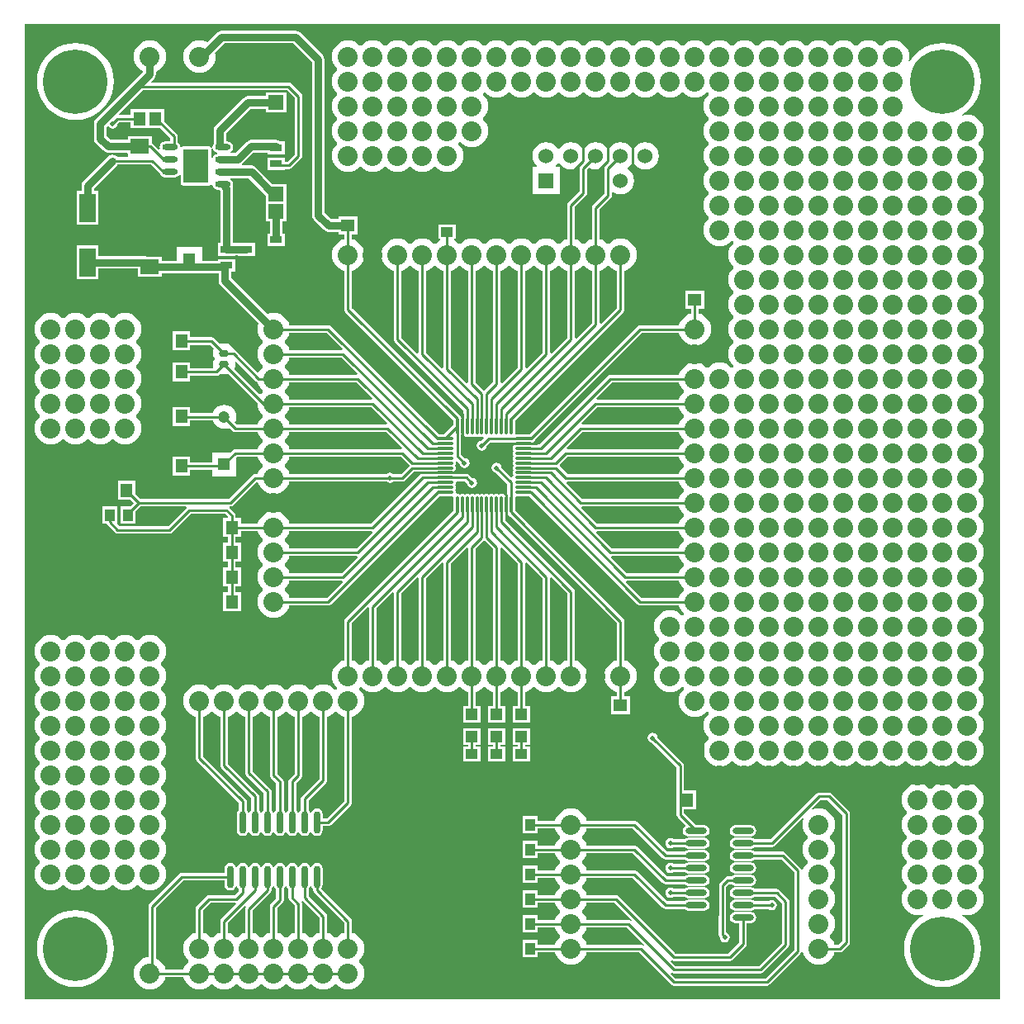
<source format=gtl>
G04 Layer_Physical_Order=1*
G04 Layer_Color=25308*
%FSLAX25Y25*%
%MOIN*%
G70*
G01*
G75*
%ADD10O,0.02600X0.09000*%
%ADD11O,0.08661X0.02362*%
%ADD12O,0.06300X0.02400*%
%ADD13R,0.05118X0.05709*%
%ADD14R,0.04724X0.03150*%
%ADD15R,0.05118X0.04528*%
%ADD16R,0.05118X0.03937*%
%ADD17R,0.05709X0.05118*%
%ADD18R,0.03937X0.05118*%
%ADD19O,0.01181X0.07087*%
%ADD20O,0.07087X0.01181*%
%ADD21R,0.07480X0.05906*%
%ADD22R,0.06102X0.05906*%
%ADD23R,0.06693X0.11811*%
%ADD24C,0.03000*%
%ADD25C,0.01000*%
%ADD26C,0.02500*%
%ADD27R,0.10300X0.13800*%
%ADD28C,0.08000*%
%ADD29O,0.03937X0.02953*%
%ADD30C,0.04724*%
%ADD31R,0.04724X0.04724*%
%ADD32C,0.06000*%
%ADD33R,0.06000X0.06000*%
%ADD34C,0.25984*%
%ADD35R,0.05118X0.05118*%
%ADD36C,0.05118*%
%ADD37C,0.02000*%
G36*
X433071Y39370D02*
X433071Y39370D01*
X39370D01*
Y433071D01*
X39370Y433071D01*
X433071D01*
Y39370D01*
D02*
G37*
%LPC*%
G36*
X157500Y94545D02*
X156603Y94367D01*
X155842Y93858D01*
X155333Y93097D01*
X155255Y92703D01*
X154745D01*
X154667Y93097D01*
X154158Y93858D01*
X153397Y94367D01*
X152500Y94545D01*
X151603Y94367D01*
X150842Y93858D01*
X150333Y93097D01*
X150255Y92703D01*
X149745D01*
X149667Y93097D01*
X149158Y93858D01*
X148397Y94367D01*
X147500Y94545D01*
X146603Y94367D01*
X145842Y93858D01*
X145333Y93097D01*
X145255Y92703D01*
X144745D01*
X144667Y93097D01*
X144158Y93858D01*
X143397Y94367D01*
X142500Y94545D01*
X141603Y94367D01*
X140842Y93858D01*
X140333Y93097D01*
X140255Y92703D01*
X139745D01*
X139667Y93097D01*
X139158Y93858D01*
X138397Y94367D01*
X137500Y94545D01*
X136603Y94367D01*
X135842Y93858D01*
X135333Y93097D01*
X135255Y92703D01*
X134745D01*
X134667Y93097D01*
X134158Y93858D01*
X133397Y94367D01*
X132500Y94545D01*
X131603Y94367D01*
X130842Y93858D01*
X130333Y93097D01*
X130255Y92703D01*
X129745D01*
X129667Y93097D01*
X129158Y93858D01*
X128397Y94367D01*
X127500Y94545D01*
X126603Y94367D01*
X125842Y93858D01*
X125333Y93097D01*
X125255Y92703D01*
X124745D01*
X124667Y93097D01*
X124158Y93858D01*
X123397Y94367D01*
X122500Y94545D01*
X121603Y94367D01*
X120842Y93858D01*
X120333Y93097D01*
X120155Y92200D01*
Y90529D01*
X103000D01*
X102415Y90413D01*
X101919Y90081D01*
X89919Y78081D01*
X89587Y77585D01*
X89471Y77000D01*
Y56479D01*
X88726Y56406D01*
X87501Y56034D01*
X86371Y55431D01*
X85382Y54618D01*
X84569Y53629D01*
X83966Y52500D01*
X83594Y51274D01*
X83469Y50000D01*
X83594Y48726D01*
X83966Y47501D01*
X84569Y46371D01*
X85382Y45382D01*
X86371Y44569D01*
X87501Y43966D01*
X88726Y43594D01*
X90000Y43468D01*
X91274Y43594D01*
X92500Y43966D01*
X93629Y44569D01*
X94618Y45382D01*
X95431Y46371D01*
X96034Y47501D01*
X96329Y48471D01*
X103672D01*
X103966Y47501D01*
X104569Y46371D01*
X105382Y45382D01*
X106371Y44569D01*
X107501Y43966D01*
X108726Y43594D01*
X110000Y43468D01*
X111274Y43594D01*
X112499Y43966D01*
X113629Y44569D01*
X114618Y45382D01*
X114750Y45542D01*
X115250D01*
X115382Y45382D01*
X116371Y44569D01*
X117500Y43966D01*
X118726Y43594D01*
X120000Y43468D01*
X121274Y43594D01*
X122500Y43966D01*
X123629Y44569D01*
X124618Y45382D01*
X124750Y45542D01*
X125250D01*
X125382Y45382D01*
X126371Y44569D01*
X127500Y43966D01*
X128726Y43594D01*
X130000Y43468D01*
X131274Y43594D01*
X132500Y43966D01*
X133629Y44569D01*
X134618Y45382D01*
X134750Y45542D01*
X135250D01*
X135382Y45382D01*
X136371Y44569D01*
X137501Y43966D01*
X138726Y43594D01*
X140000Y43468D01*
X141274Y43594D01*
X142499Y43966D01*
X143629Y44569D01*
X144618Y45382D01*
X144750Y45542D01*
X145250D01*
X145382Y45382D01*
X146371Y44569D01*
X147501Y43966D01*
X148726Y43594D01*
X150000Y43468D01*
X151274Y43594D01*
X152499Y43966D01*
X153629Y44569D01*
X154618Y45382D01*
X154750Y45542D01*
X155250D01*
X155382Y45382D01*
X156371Y44569D01*
X157501Y43966D01*
X158726Y43594D01*
X160000Y43468D01*
X161274Y43594D01*
X162499Y43966D01*
X163629Y44569D01*
X164618Y45382D01*
X164750Y45542D01*
X165250D01*
X165382Y45382D01*
X166371Y44569D01*
X167500Y43966D01*
X168726Y43594D01*
X170000Y43468D01*
X171274Y43594D01*
X172500Y43966D01*
X173629Y44569D01*
X174618Y45382D01*
X175431Y46371D01*
X176034Y47501D01*
X176406Y48726D01*
X176531Y50000D01*
X176406Y51274D01*
X176034Y52500D01*
X175431Y53629D01*
X174618Y54618D01*
X174458Y54750D01*
Y55250D01*
X174618Y55382D01*
X175431Y56371D01*
X176034Y57500D01*
X176406Y58726D01*
X176531Y60000D01*
X176406Y61274D01*
X176034Y62499D01*
X175431Y63629D01*
X174618Y64618D01*
X173629Y65431D01*
X172500Y66034D01*
X171529Y66329D01*
Y71000D01*
X171413Y71585D01*
X171081Y72081D01*
X159146Y84017D01*
X159158Y84142D01*
X159667Y84903D01*
X159845Y85800D01*
Y92200D01*
X159667Y93097D01*
X159158Y93858D01*
X158397Y94367D01*
X157500Y94545D01*
D02*
G37*
G36*
X313701Y94724D02*
X307402D01*
X306551Y94555D01*
X305829Y94073D01*
X305800Y94029D01*
X301405D01*
X300887Y94376D01*
X300106Y94531D01*
X299326Y94376D01*
X298664Y93934D01*
X298222Y93272D01*
X298067Y92492D01*
X298222Y91711D01*
X298664Y91050D01*
X299326Y90608D01*
X300106Y90453D01*
X300887Y90608D01*
X301430Y90971D01*
X305800D01*
X305829Y90927D01*
X306551Y90446D01*
X307402Y90276D01*
X313701D01*
X314552Y90446D01*
X315273Y90927D01*
X315755Y91649D01*
X315925Y92500D01*
X315755Y93351D01*
X315273Y94073D01*
X314552Y94555D01*
X313701Y94724D01*
D02*
G37*
G36*
X364106Y123021D02*
X360106D01*
X359521Y122905D01*
X359025Y122573D01*
X340481Y104029D01*
X334200D01*
X334171Y104072D01*
X333449Y104554D01*
X332598Y104724D01*
X326299D01*
X325448Y104554D01*
X324727Y104072D01*
X324245Y103351D01*
X324075Y102500D01*
X324245Y101649D01*
X324727Y100927D01*
X325448Y100445D01*
X326299Y100276D01*
X332598D01*
X333449Y100445D01*
X334171Y100927D01*
X334200Y100971D01*
X341114D01*
X341700Y101087D01*
X342196Y101419D01*
X353539Y112761D01*
X353966Y112499D01*
X353594Y111274D01*
X353469Y110000D01*
X353594Y108726D01*
X353966Y107501D01*
X354569Y106371D01*
X355382Y105382D01*
X355542Y105250D01*
Y104750D01*
X355382Y104618D01*
X354569Y103629D01*
X353966Y102499D01*
X353594Y101274D01*
X353469Y100000D01*
X353594Y98726D01*
X353966Y97500D01*
X354569Y96371D01*
X355382Y95382D01*
X355542Y95250D01*
Y94750D01*
X355382Y94618D01*
X354569Y93629D01*
X353966Y92500D01*
X353636Y91411D01*
X353136Y91486D01*
Y91492D01*
X353019Y92077D01*
X352688Y92573D01*
X346679Y98581D01*
X346183Y98913D01*
X345598Y99029D01*
X334200D01*
X334171Y99072D01*
X333449Y99555D01*
X332598Y99724D01*
X326299D01*
X325448Y99555D01*
X324727Y99072D01*
X324245Y98351D01*
X324075Y97500D01*
X324245Y96649D01*
X324727Y95928D01*
X325448Y95446D01*
X326299Y95276D01*
X332598D01*
X333449Y95446D01*
X334171Y95928D01*
X334200Y95971D01*
X344965D01*
X350077Y90858D01*
Y59625D01*
X338473Y48021D01*
X302240D01*
X300305Y49956D01*
X300624Y50344D01*
X301021Y50079D01*
X301606Y49962D01*
X336606D01*
X337192Y50079D01*
X337688Y50410D01*
X347688Y60410D01*
X348019Y60906D01*
X348136Y61492D01*
Y78992D01*
X348039Y79480D01*
X348019Y79577D01*
X347688Y80073D01*
X344180Y83581D01*
X343683Y83913D01*
X343098Y84029D01*
X334200D01*
X334171Y84073D01*
X333449Y84554D01*
X332598Y84724D01*
X326299D01*
X325448Y84554D01*
X324727Y84073D01*
X324245Y83351D01*
X324075Y82500D01*
X324245Y81649D01*
X324727Y80927D01*
X325448Y80445D01*
X326299Y80276D01*
X332598D01*
X333449Y80445D01*
X334171Y80927D01*
X334200Y80971D01*
X342465D01*
X345077Y78358D01*
Y62125D01*
X335973Y53021D01*
X302240D01*
X300305Y54956D01*
X300624Y55344D01*
X301021Y55079D01*
X301606Y54962D01*
X324106D01*
X324692Y55079D01*
X325188Y55410D01*
X330530Y60753D01*
X330862Y61249D01*
X330978Y61834D01*
Y70276D01*
X332598D01*
X333449Y70446D01*
X334171Y70928D01*
X334653Y71649D01*
X334822Y72500D01*
X334653Y73351D01*
X334171Y74072D01*
X333449Y74555D01*
X332598Y74724D01*
X326299D01*
X325448Y74555D01*
X324727Y74072D01*
X324245Y73351D01*
X324075Y72500D01*
X324245Y71649D01*
X324727Y70928D01*
X325448Y70446D01*
X326299Y70276D01*
X327919D01*
Y62468D01*
X323473Y58021D01*
X302240D01*
X279180Y81081D01*
X278683Y81413D01*
X278098Y81529D01*
X266329D01*
X266034Y82499D01*
X265431Y83629D01*
X264618Y84618D01*
X264458Y84750D01*
Y85250D01*
X264618Y85382D01*
X265431Y86371D01*
X266034Y87501D01*
X266329Y88471D01*
X284965D01*
X297017Y76419D01*
X297513Y76087D01*
X298098Y75971D01*
X305800D01*
X305829Y75928D01*
X306551Y75445D01*
X307402Y75276D01*
X313701D01*
X314552Y75445D01*
X315273Y75928D01*
X315755Y76649D01*
X315925Y77500D01*
X315755Y78351D01*
X315273Y79072D01*
X314552Y79554D01*
X313701Y79724D01*
X307402D01*
X306551Y79554D01*
X305829Y79072D01*
X305800Y79029D01*
X298732D01*
X286680Y91081D01*
X286183Y91413D01*
X285598Y91529D01*
X266329D01*
X266034Y92500D01*
X265431Y93629D01*
X264618Y94618D01*
X264458Y94750D01*
Y95250D01*
X264618Y95382D01*
X265431Y96371D01*
X266034Y97500D01*
X266329Y98471D01*
X284965D01*
X297017Y86419D01*
X297513Y86087D01*
X298098Y85971D01*
X305800D01*
X305829Y85927D01*
X306551Y85445D01*
X307402Y85276D01*
X313701D01*
X314552Y85445D01*
X315273Y85927D01*
X315755Y86649D01*
X315925Y87500D01*
X315755Y88351D01*
X315273Y89073D01*
X314552Y89555D01*
X313701Y89724D01*
X307402D01*
X306551Y89555D01*
X305829Y89073D01*
X305800Y89029D01*
X298732D01*
X286680Y101081D01*
X286183Y101413D01*
X285598Y101529D01*
X266329D01*
X266034Y102499D01*
X265431Y103629D01*
X264618Y104618D01*
X264458Y104750D01*
Y105250D01*
X264618Y105382D01*
X265431Y106371D01*
X266034Y107501D01*
X266329Y108471D01*
X284965D01*
X297017Y96419D01*
X297513Y96087D01*
X298098Y95971D01*
X305800D01*
X305829Y95928D01*
X306551Y95446D01*
X307402Y95276D01*
X313701D01*
X314552Y95446D01*
X315273Y95928D01*
X315755Y96649D01*
X315925Y97500D01*
X315755Y98351D01*
X315273Y99072D01*
X314552Y99555D01*
X313701Y99724D01*
X307402D01*
X306551Y99555D01*
X305829Y99072D01*
X305800Y99029D01*
X298732D01*
X286680Y111081D01*
X286183Y111413D01*
X285598Y111529D01*
X266329D01*
X266034Y112499D01*
X265431Y113629D01*
X264618Y114618D01*
X263629Y115431D01*
X262499Y116034D01*
X261274Y116406D01*
X260000Y116531D01*
X258726Y116406D01*
X257501Y116034D01*
X256371Y115431D01*
X255382Y114618D01*
X254569Y113629D01*
X253966Y112499D01*
X253672Y111529D01*
X246610D01*
Y113559D01*
X240673D01*
Y106441D01*
X246610D01*
Y108471D01*
X253672D01*
X253966Y107501D01*
X254569Y106371D01*
X255382Y105382D01*
X255542Y105250D01*
Y104750D01*
X255382Y104618D01*
X254569Y103629D01*
X253966Y102499D01*
X253672Y101529D01*
X246610D01*
Y103559D01*
X240673D01*
Y96441D01*
X246610D01*
Y98471D01*
X253672D01*
X253966Y97500D01*
X254569Y96371D01*
X255382Y95382D01*
X255542Y95250D01*
Y94750D01*
X255382Y94618D01*
X254569Y93629D01*
X253966Y92500D01*
X253672Y91529D01*
X246610D01*
Y93559D01*
X240673D01*
Y86441D01*
X246610D01*
Y88471D01*
X253672D01*
X253966Y87501D01*
X254569Y86371D01*
X255382Y85382D01*
X255542Y85250D01*
Y84750D01*
X255382Y84618D01*
X254569Y83629D01*
X253966Y82499D01*
X253672Y81529D01*
X246610D01*
Y83559D01*
X240673D01*
Y76441D01*
X246610D01*
Y78471D01*
X253672D01*
X253966Y77500D01*
X254569Y76371D01*
X255382Y75382D01*
X255542Y75250D01*
Y74750D01*
X255382Y74618D01*
X254569Y73629D01*
X253966Y72500D01*
X253672Y71529D01*
X246610D01*
Y73559D01*
X240673D01*
Y66441D01*
X246610D01*
Y68471D01*
X253672D01*
X253966Y67501D01*
X254569Y66371D01*
X255382Y65382D01*
X255542Y65250D01*
Y64750D01*
X255382Y64618D01*
X254569Y63629D01*
X253966Y62499D01*
X253672Y61529D01*
X246610D01*
Y63559D01*
X240673D01*
Y56441D01*
X246610D01*
Y58471D01*
X253672D01*
X253966Y57500D01*
X254569Y56371D01*
X255382Y55382D01*
X256371Y54569D01*
X257501Y53966D01*
X258726Y53594D01*
X260000Y53469D01*
X261274Y53594D01*
X262499Y53966D01*
X263629Y54569D01*
X264618Y55382D01*
X265431Y56371D01*
X266034Y57500D01*
X266329Y58471D01*
X287465D01*
X300525Y45410D01*
X301021Y45079D01*
X301606Y44962D01*
X339106D01*
X339691Y45079D01*
X340188Y45410D01*
X352688Y57910D01*
X353019Y58407D01*
X353089Y58756D01*
X353594Y58731D01*
X353594Y58726D01*
X353966Y57500D01*
X354569Y56371D01*
X355382Y55382D01*
X356371Y54569D01*
X357501Y53966D01*
X358726Y53594D01*
X360000Y53469D01*
X361274Y53594D01*
X362499Y53966D01*
X363629Y54569D01*
X364618Y55382D01*
X365431Y56371D01*
X366034Y57500D01*
X366329Y58471D01*
X368615D01*
X369200Y58587D01*
X369696Y58919D01*
X372188Y61410D01*
X372519Y61906D01*
X372636Y62492D01*
Y114492D01*
X372538Y114980D01*
X372519Y115077D01*
X372188Y115573D01*
X365188Y122573D01*
X364691Y122905D01*
X364106Y123021D01*
D02*
G37*
G36*
X332598Y94724D02*
X326299D01*
X325448Y94555D01*
X324727Y94073D01*
X324245Y93351D01*
X324075Y92500D01*
X324245Y91649D01*
X324727Y90927D01*
X325448Y90446D01*
X326299Y90276D01*
X332598D01*
X333449Y90446D01*
X334171Y90927D01*
X334653Y91649D01*
X334822Y92500D01*
X334653Y93351D01*
X334171Y94073D01*
X333449Y94555D01*
X332598Y94724D01*
D02*
G37*
G36*
X313701Y84724D02*
X307402D01*
X306551Y84554D01*
X305829Y84073D01*
X305800Y84029D01*
X301426D01*
X300895Y84384D01*
X300114Y84539D01*
X299334Y84384D01*
X298673Y83942D01*
X298231Y83280D01*
X298075Y82500D01*
X298231Y81720D01*
X298673Y81058D01*
X299334Y80616D01*
X300114Y80461D01*
X300895Y80616D01*
X301426Y80971D01*
X305800D01*
X305829Y80927D01*
X306551Y80445D01*
X307402Y80276D01*
X313701D01*
X314552Y80445D01*
X315273Y80927D01*
X315755Y81649D01*
X315925Y82500D01*
X315755Y83351D01*
X315273Y84073D01*
X314552Y84554D01*
X313701Y84724D01*
D02*
G37*
G36*
X332598Y89724D02*
X326299D01*
X325448Y89555D01*
X324727Y89073D01*
X324698Y89029D01*
X323114D01*
X322529Y88913D01*
X322033Y88581D01*
X320025Y86573D01*
X319693Y86077D01*
X319577Y85492D01*
Y65492D01*
X319693Y64907D01*
X320025Y64410D01*
X320098Y64337D01*
X320222Y63711D01*
X320664Y63050D01*
X321326Y62608D01*
X322106Y62453D01*
X322887Y62608D01*
X323548Y63050D01*
X323990Y63711D01*
X324145Y64492D01*
X323990Y65272D01*
X323548Y65934D01*
X322887Y66376D01*
X322636Y66426D01*
Y84858D01*
X323748Y85971D01*
X324698D01*
X324727Y85927D01*
X325448Y85445D01*
X326299Y85276D01*
X332598D01*
X333449Y85445D01*
X334171Y85927D01*
X334653Y86649D01*
X334822Y87500D01*
X334653Y88351D01*
X334171Y89073D01*
X333449Y89555D01*
X332598Y89724D01*
D02*
G37*
G36*
Y79724D02*
X326299D01*
X325448Y79554D01*
X324727Y79072D01*
X324245Y78351D01*
X324075Y77500D01*
X324245Y76649D01*
X324727Y75928D01*
X325448Y75445D01*
X326299Y75276D01*
X332598D01*
X333449Y75445D01*
X334171Y75928D01*
X334200Y75971D01*
X339787D01*
X340318Y75616D01*
X341098Y75461D01*
X341878Y75616D01*
X342540Y76058D01*
X342982Y76720D01*
X343137Y77500D01*
X342982Y78280D01*
X342540Y78942D01*
X341878Y79384D01*
X341098Y79539D01*
X340318Y79384D01*
X339787Y79029D01*
X334200D01*
X334171Y79072D01*
X333449Y79554D01*
X332598Y79724D01*
D02*
G37*
G36*
X313701Y104724D02*
X307402D01*
X306551Y104554D01*
X305829Y104072D01*
X305800Y104029D01*
X301405D01*
X300887Y104376D01*
X300106Y104531D01*
X299326Y104376D01*
X298664Y103934D01*
X298222Y103272D01*
X298067Y102492D01*
X298222Y101711D01*
X298664Y101050D01*
X299326Y100608D01*
X300106Y100453D01*
X300887Y100608D01*
X301430Y100971D01*
X305800D01*
X305829Y100927D01*
X306551Y100445D01*
X307402Y100276D01*
X313701D01*
X314552Y100445D01*
X315273Y100927D01*
X315755Y101649D01*
X315925Y102500D01*
X315755Y103351D01*
X315273Y104072D01*
X314552Y104554D01*
X313701Y104724D01*
D02*
G37*
G36*
X90000Y186531D02*
X88726Y186406D01*
X87501Y186034D01*
X86371Y185431D01*
X85382Y184618D01*
X85250Y184458D01*
X84750D01*
X84618Y184618D01*
X83629Y185431D01*
X82499Y186034D01*
X81274Y186406D01*
X80000Y186531D01*
X78726Y186406D01*
X77500Y186034D01*
X76371Y185431D01*
X75382Y184618D01*
X75250Y184458D01*
X74750D01*
X74618Y184618D01*
X73629Y185431D01*
X72500Y186034D01*
X71274Y186406D01*
X70000Y186531D01*
X68726Y186406D01*
X67501Y186034D01*
X66371Y185431D01*
X65382Y184618D01*
X65250Y184458D01*
X64750D01*
X64618Y184618D01*
X63629Y185431D01*
X62499Y186034D01*
X61274Y186406D01*
X60000Y186531D01*
X58726Y186406D01*
X57500Y186034D01*
X56371Y185431D01*
X55382Y184618D01*
X55250Y184458D01*
X54750D01*
X54618Y184618D01*
X53629Y185431D01*
X52500Y186034D01*
X51274Y186406D01*
X50000Y186531D01*
X48726Y186406D01*
X47501Y186034D01*
X46371Y185431D01*
X45382Y184618D01*
X44569Y183629D01*
X43966Y182500D01*
X43594Y181274D01*
X43468Y180000D01*
X43594Y178726D01*
X43966Y177500D01*
X44569Y176371D01*
X45382Y175382D01*
X45542Y175250D01*
Y174750D01*
X45382Y174618D01*
X44569Y173629D01*
X43966Y172500D01*
X43594Y171274D01*
X43468Y170000D01*
X43594Y168726D01*
X43966Y167500D01*
X44569Y166371D01*
X45382Y165382D01*
X45542Y165250D01*
Y164750D01*
X45382Y164618D01*
X44569Y163629D01*
X43966Y162499D01*
X43594Y161274D01*
X43468Y160000D01*
X43594Y158726D01*
X43966Y157501D01*
X44569Y156371D01*
X45382Y155382D01*
X45542Y155250D01*
Y154750D01*
X45382Y154618D01*
X44569Y153629D01*
X43966Y152499D01*
X43594Y151274D01*
X43468Y150000D01*
X43594Y148726D01*
X43966Y147501D01*
X44569Y146371D01*
X45382Y145382D01*
X45542Y145250D01*
Y144750D01*
X45382Y144618D01*
X44569Y143629D01*
X43966Y142499D01*
X43594Y141274D01*
X43468Y140000D01*
X43594Y138726D01*
X43966Y137501D01*
X44569Y136371D01*
X45382Y135382D01*
X45542Y135250D01*
Y134750D01*
X45382Y134618D01*
X44569Y133629D01*
X43966Y132500D01*
X43594Y131274D01*
X43468Y130000D01*
X43594Y128726D01*
X43966Y127500D01*
X44569Y126371D01*
X45382Y125382D01*
X45542Y125250D01*
Y124750D01*
X45382Y124618D01*
X44569Y123629D01*
X43966Y122500D01*
X43594Y121274D01*
X43468Y120000D01*
X43594Y118726D01*
X43966Y117500D01*
X44569Y116371D01*
X45382Y115382D01*
X45542Y115250D01*
Y114750D01*
X45382Y114618D01*
X44569Y113629D01*
X43966Y112499D01*
X43594Y111274D01*
X43468Y110000D01*
X43594Y108726D01*
X43966Y107501D01*
X44569Y106371D01*
X45382Y105382D01*
X45542Y105250D01*
Y104750D01*
X45382Y104618D01*
X44569Y103629D01*
X43966Y102499D01*
X43594Y101274D01*
X43468Y100000D01*
X43594Y98726D01*
X43966Y97500D01*
X44569Y96371D01*
X45382Y95382D01*
X45542Y95250D01*
Y94750D01*
X45382Y94618D01*
X44569Y93629D01*
X43966Y92500D01*
X43594Y91274D01*
X43468Y90000D01*
X43594Y88726D01*
X43966Y87501D01*
X44569Y86371D01*
X45382Y85382D01*
X46371Y84569D01*
X47501Y83966D01*
X48726Y83594D01*
X50000Y83469D01*
X51274Y83594D01*
X52500Y83966D01*
X53629Y84569D01*
X54618Y85382D01*
X54750Y85542D01*
X55250D01*
X55382Y85382D01*
X56371Y84569D01*
X57500Y83966D01*
X58726Y83594D01*
X60000Y83469D01*
X61274Y83594D01*
X62499Y83966D01*
X63629Y84569D01*
X64618Y85382D01*
X64750Y85542D01*
X65250D01*
X65382Y85382D01*
X66371Y84569D01*
X67501Y83966D01*
X68726Y83594D01*
X70000Y83469D01*
X71274Y83594D01*
X72500Y83966D01*
X73629Y84569D01*
X74618Y85382D01*
X74750Y85542D01*
X75250D01*
X75382Y85382D01*
X76371Y84569D01*
X77500Y83966D01*
X78726Y83594D01*
X80000Y83469D01*
X81274Y83594D01*
X82499Y83966D01*
X83629Y84569D01*
X84618Y85382D01*
X84750Y85542D01*
X85250D01*
X85382Y85382D01*
X86371Y84569D01*
X87501Y83966D01*
X88726Y83594D01*
X90000Y83469D01*
X91274Y83594D01*
X92500Y83966D01*
X93629Y84569D01*
X94618Y85382D01*
X95431Y86371D01*
X96034Y87501D01*
X96406Y88726D01*
X96531Y90000D01*
X96406Y91274D01*
X96034Y92500D01*
X95431Y93629D01*
X94618Y94618D01*
X94458Y94750D01*
Y95250D01*
X94618Y95382D01*
X95431Y96371D01*
X96034Y97500D01*
X96406Y98726D01*
X96531Y100000D01*
X96406Y101274D01*
X96034Y102499D01*
X95431Y103629D01*
X94618Y104618D01*
X94458Y104750D01*
Y105250D01*
X94618Y105382D01*
X95431Y106371D01*
X96034Y107501D01*
X96406Y108726D01*
X96531Y110000D01*
X96406Y111274D01*
X96034Y112499D01*
X95431Y113629D01*
X94618Y114618D01*
X94458Y114750D01*
Y115250D01*
X94618Y115382D01*
X95431Y116371D01*
X96034Y117500D01*
X96406Y118726D01*
X96531Y120000D01*
X96406Y121274D01*
X96034Y122500D01*
X95431Y123629D01*
X94618Y124618D01*
X94458Y124750D01*
Y125250D01*
X94618Y125382D01*
X95431Y126371D01*
X96034Y127500D01*
X96406Y128726D01*
X96531Y130000D01*
X96406Y131274D01*
X96034Y132500D01*
X95431Y133629D01*
X94618Y134618D01*
X94458Y134750D01*
Y135250D01*
X94618Y135382D01*
X95431Y136371D01*
X96034Y137501D01*
X96406Y138726D01*
X96531Y140000D01*
X96406Y141274D01*
X96034Y142499D01*
X95431Y143629D01*
X94618Y144618D01*
X94458Y144750D01*
Y145250D01*
X94618Y145382D01*
X95431Y146371D01*
X96034Y147501D01*
X96406Y148726D01*
X96531Y150000D01*
X96406Y151274D01*
X96034Y152499D01*
X95431Y153629D01*
X94618Y154618D01*
X94458Y154750D01*
Y155250D01*
X94618Y155382D01*
X95431Y156371D01*
X96034Y157501D01*
X96406Y158726D01*
X96531Y160000D01*
X96406Y161274D01*
X96034Y162499D01*
X95431Y163629D01*
X94618Y164618D01*
X94458Y164750D01*
Y165250D01*
X94618Y165382D01*
X95431Y166371D01*
X96034Y167500D01*
X96406Y168726D01*
X96531Y170000D01*
X96406Y171274D01*
X96034Y172500D01*
X95431Y173629D01*
X94618Y174618D01*
X94458Y174750D01*
Y175250D01*
X94618Y175382D01*
X95431Y176371D01*
X96034Y177500D01*
X96406Y178726D01*
X96531Y180000D01*
X96406Y181274D01*
X96034Y182500D01*
X95431Y183629D01*
X94618Y184618D01*
X93629Y185431D01*
X92500Y186034D01*
X91274Y186406D01*
X90000Y186531D01*
D02*
G37*
G36*
X243559Y148835D02*
X236441D01*
Y142307D01*
X238471D01*
Y141610D01*
X236441D01*
Y135673D01*
X243559D01*
Y141610D01*
X241529D01*
Y142307D01*
X243559D01*
Y148835D01*
D02*
G37*
G36*
X223559Y148835D02*
X216441D01*
Y142307D01*
X218471D01*
Y141610D01*
X216441D01*
Y135673D01*
X223559D01*
Y141610D01*
X221529D01*
Y142307D01*
X223559D01*
Y148835D01*
D02*
G37*
G36*
X233559Y148835D02*
X226441D01*
Y142307D01*
X228471D01*
Y141610D01*
X226441D01*
Y135673D01*
X233559D01*
Y141610D01*
X231529D01*
Y142307D01*
X233559D01*
Y148835D01*
D02*
G37*
G36*
X293000Y147039D02*
X292220Y146884D01*
X291558Y146442D01*
X291116Y145780D01*
X290961Y145000D01*
X291116Y144220D01*
X291558Y143558D01*
X292220Y143116D01*
X292846Y142991D01*
X302577Y133260D01*
Y113945D01*
X302693Y113360D01*
X303025Y112864D01*
X306142Y109746D01*
X306093Y109249D01*
X305829Y109072D01*
X305347Y108351D01*
X305178Y107500D01*
X305347Y106649D01*
X305829Y105928D01*
X306551Y105446D01*
X307402Y105276D01*
X313701D01*
X314552Y105446D01*
X315273Y105928D01*
X315755Y106649D01*
X315925Y107500D01*
X315755Y108351D01*
X315273Y109072D01*
X314552Y109555D01*
X313701Y109724D01*
X310490D01*
X305636Y114578D01*
Y116146D01*
X310409D01*
Y123854D01*
X305636D01*
Y133894D01*
X305519Y134479D01*
X305188Y134975D01*
X295008Y145154D01*
X294884Y145780D01*
X294442Y146442D01*
X293780Y146884D01*
X293000Y147039D01*
D02*
G37*
G36*
X332598Y109724D02*
X326299D01*
X325448Y109555D01*
X324727Y109072D01*
X324245Y108351D01*
X324075Y107500D01*
X324245Y106649D01*
X324727Y105928D01*
X325448Y105446D01*
X326299Y105276D01*
X332598D01*
X333449Y105446D01*
X334171Y105928D01*
X334653Y106649D01*
X334822Y107500D01*
X334653Y108351D01*
X334171Y109072D01*
X333449Y109555D01*
X332598Y109724D01*
D02*
G37*
G36*
X420000Y126531D02*
X418726Y126406D01*
X417500Y126034D01*
X416371Y125431D01*
X415382Y124618D01*
X415250Y124458D01*
X414750D01*
X414618Y124618D01*
X413629Y125431D01*
X412500Y126034D01*
X411274Y126406D01*
X410000Y126531D01*
X408726Y126406D01*
X407501Y126034D01*
X406371Y125431D01*
X405382Y124618D01*
X405250Y124458D01*
X404750D01*
X404618Y124618D01*
X403629Y125431D01*
X402499Y126034D01*
X401274Y126406D01*
X400000Y126531D01*
X398726Y126406D01*
X397500Y126034D01*
X396371Y125431D01*
X395382Y124618D01*
X394569Y123629D01*
X393966Y122500D01*
X393594Y121274D01*
X393469Y120000D01*
X393594Y118726D01*
X393966Y117500D01*
X394569Y116371D01*
X395382Y115382D01*
X395542Y115250D01*
Y114750D01*
X395382Y114618D01*
X394569Y113629D01*
X393966Y112499D01*
X393594Y111274D01*
X393469Y110000D01*
X393594Y108726D01*
X393966Y107501D01*
X394569Y106371D01*
X395382Y105382D01*
X395542Y105250D01*
Y104750D01*
X395382Y104618D01*
X394569Y103629D01*
X393966Y102499D01*
X393594Y101274D01*
X393469Y100000D01*
X393594Y98726D01*
X393966Y97500D01*
X394569Y96371D01*
X395382Y95382D01*
X395542Y95250D01*
Y94750D01*
X395382Y94618D01*
X394569Y93629D01*
X393966Y92500D01*
X393594Y91274D01*
X393469Y90000D01*
X393594Y88726D01*
X393966Y87501D01*
X394569Y86371D01*
X395382Y85382D01*
X395542Y85250D01*
Y84750D01*
X395382Y84618D01*
X394569Y83629D01*
X393966Y82499D01*
X393594Y81274D01*
X393469Y80000D01*
X393594Y78726D01*
X393966Y77500D01*
X394569Y76371D01*
X395382Y75382D01*
X396371Y74569D01*
X397500Y73966D01*
X398726Y73594D01*
X400000Y73469D01*
X401274Y73594D01*
X401873Y73776D01*
X402079Y73316D01*
X400866Y72572D01*
X399011Y70989D01*
X397428Y69134D01*
X396154Y67055D01*
X395221Y64802D01*
X394651Y62431D01*
X394460Y60000D01*
X394651Y57569D01*
X395221Y55198D01*
X396154Y52945D01*
X397428Y50866D01*
X399011Y49011D01*
X400866Y47428D01*
X402945Y46154D01*
X405198Y45221D01*
X407569Y44651D01*
X410000Y44460D01*
X412431Y44651D01*
X414802Y45221D01*
X417055Y46154D01*
X419134Y47428D01*
X420989Y49011D01*
X422572Y50866D01*
X423846Y52945D01*
X424779Y55198D01*
X425349Y57569D01*
X425540Y60000D01*
X425349Y62431D01*
X424779Y64802D01*
X423846Y67055D01*
X422572Y69134D01*
X420989Y70989D01*
X419134Y72572D01*
X417921Y73316D01*
X418127Y73776D01*
X418726Y73594D01*
X420000Y73469D01*
X421274Y73594D01*
X422500Y73966D01*
X423629Y74569D01*
X424618Y75382D01*
X425431Y76371D01*
X426034Y77500D01*
X426406Y78726D01*
X426532Y80000D01*
X426406Y81274D01*
X426034Y82499D01*
X425431Y83629D01*
X424618Y84618D01*
X424458Y84750D01*
Y85250D01*
X424618Y85382D01*
X425431Y86371D01*
X426034Y87501D01*
X426406Y88726D01*
X426532Y90000D01*
X426406Y91274D01*
X426034Y92500D01*
X425431Y93629D01*
X424618Y94618D01*
X424458Y94750D01*
Y95250D01*
X424618Y95382D01*
X425431Y96371D01*
X426034Y97500D01*
X426406Y98726D01*
X426532Y100000D01*
X426406Y101274D01*
X426034Y102499D01*
X425431Y103629D01*
X424618Y104618D01*
X424458Y104750D01*
Y105250D01*
X424618Y105382D01*
X425431Y106371D01*
X426034Y107501D01*
X426406Y108726D01*
X426532Y110000D01*
X426406Y111274D01*
X426034Y112499D01*
X425431Y113629D01*
X424618Y114618D01*
X424458Y114750D01*
Y115250D01*
X424618Y115382D01*
X425431Y116371D01*
X426034Y117500D01*
X426406Y118726D01*
X426532Y120000D01*
X426406Y121274D01*
X426034Y122500D01*
X425431Y123629D01*
X424618Y124618D01*
X423629Y125431D01*
X422500Y126034D01*
X421274Y126406D01*
X420000Y126531D01*
D02*
G37*
G36*
X290000Y385547D02*
X288564Y385358D01*
X287226Y384804D01*
X286077Y383923D01*
X285293Y382900D01*
X285127Y382857D01*
X284873D01*
X284707Y382900D01*
X283923Y383923D01*
X282774Y384804D01*
X281436Y385358D01*
X280000Y385547D01*
X278564Y385358D01*
X277226Y384804D01*
X276077Y383923D01*
X275293Y382900D01*
X275127Y382857D01*
X274873D01*
X274707Y382900D01*
X273923Y383923D01*
X272774Y384804D01*
X271436Y385358D01*
X270000Y385547D01*
X268564Y385358D01*
X267226Y384804D01*
X266077Y383923D01*
X265293Y382900D01*
X265127Y382857D01*
X264873D01*
X264707Y382900D01*
X263923Y383923D01*
X262774Y384804D01*
X261436Y385358D01*
X260000Y385547D01*
X258564Y385358D01*
X257226Y384804D01*
X256077Y383923D01*
X255293Y382900D01*
X255127Y382857D01*
X254873D01*
X254707Y382900D01*
X253923Y383923D01*
X252774Y384804D01*
X251436Y385358D01*
X250000Y385547D01*
X248564Y385358D01*
X247226Y384804D01*
X246077Y383923D01*
X245196Y382774D01*
X244642Y381436D01*
X244453Y380000D01*
X244642Y378564D01*
X245196Y377226D01*
X246077Y376077D01*
X246213Y375974D01*
X246052Y375500D01*
X244500D01*
Y364500D01*
X255500D01*
Y375500D01*
X253948D01*
X253787Y375974D01*
X253923Y376077D01*
X254707Y377100D01*
X254873Y377143D01*
X255127D01*
X255293Y377100D01*
X256077Y376077D01*
X257226Y375196D01*
X258564Y374642D01*
X260000Y374452D01*
X261436Y374642D01*
X262774Y375196D01*
X263040Y375400D01*
X263494Y375118D01*
X263471Y375000D01*
Y365634D01*
X258919Y361081D01*
X258587Y360585D01*
X258471Y360000D01*
Y346329D01*
X257501Y346034D01*
X256371Y345431D01*
X255382Y344619D01*
X255250Y344458D01*
X254750D01*
X254619Y344618D01*
X253629Y345431D01*
X252500Y346034D01*
X251274Y346406D01*
X250000Y346531D01*
X248726Y346406D01*
X247501Y346034D01*
X246371Y345431D01*
X245382Y344618D01*
X245250Y344458D01*
X244750D01*
X244618Y344619D01*
X243629Y345431D01*
X242499Y346034D01*
X241274Y346406D01*
X240000Y346532D01*
X238726Y346406D01*
X237501Y346034D01*
X236371Y345431D01*
X235382Y344619D01*
X235250Y344458D01*
X234750D01*
X234618Y344618D01*
X233629Y345431D01*
X232500Y346034D01*
X231274Y346406D01*
X230000Y346531D01*
X228726Y346406D01*
X227501Y346034D01*
X226371Y345431D01*
X225382Y344618D01*
X225250Y344458D01*
X224750D01*
X224618Y344619D01*
X223629Y345431D01*
X222499Y346034D01*
X221274Y346406D01*
X220000Y346532D01*
X218726Y346406D01*
X217500Y346034D01*
X216371Y345431D01*
X215382Y344619D01*
X215250Y344458D01*
X214750D01*
X214618Y344618D01*
X213629Y345431D01*
X212770Y345890D01*
X212895Y346390D01*
X213559D01*
Y352327D01*
X206441D01*
Y346390D01*
X207105D01*
X207230Y345890D01*
X206371Y345431D01*
X205382Y344618D01*
X205250Y344458D01*
X204750D01*
X204618Y344619D01*
X203629Y345431D01*
X202500Y346034D01*
X201274Y346406D01*
X200000Y346532D01*
X198726Y346406D01*
X197501Y346034D01*
X196371Y345431D01*
X195382Y344619D01*
X195250Y344458D01*
X194750D01*
X194618Y344618D01*
X193629Y345431D01*
X192499Y346034D01*
X191274Y346406D01*
X190000Y346531D01*
X188726Y346406D01*
X187501Y346034D01*
X186371Y345431D01*
X185382Y344618D01*
X184569Y343629D01*
X183966Y342499D01*
X183594Y341274D01*
X183469Y340000D01*
X183594Y338726D01*
X183966Y337500D01*
X184569Y336371D01*
X185382Y335382D01*
X186371Y334569D01*
X187501Y333966D01*
X188455Y333676D01*
Y306000D01*
X188571Y305415D01*
X188903Y304919D01*
X216565Y277256D01*
Y274282D01*
X216489Y273898D01*
Y267992D01*
X216612Y267372D01*
X216964Y266845D01*
X217490Y266494D01*
X218110Y266370D01*
X218731Y266494D01*
X219094Y266737D01*
X219458Y266494D01*
X220079Y266370D01*
X220699Y266494D01*
X221063Y266737D01*
X221427Y266494D01*
X222047Y266370D01*
X222668Y266494D01*
X223032Y266737D01*
X223395Y266494D01*
X224016Y266370D01*
X224637Y266494D01*
X224917Y266080D01*
X223846Y265008D01*
X223220Y264884D01*
X222558Y264442D01*
X222116Y263780D01*
X221961Y263000D01*
X222116Y262220D01*
X222558Y261558D01*
X223220Y261116D01*
X224000Y260961D01*
X224780Y261116D01*
X225442Y261558D01*
X225884Y262220D01*
X226009Y262846D01*
X227460Y264298D01*
X237528D01*
X237992Y264205D01*
X243897D01*
X244518Y264329D01*
X245044Y264680D01*
X245396Y265206D01*
X245406Y265259D01*
X288633Y308487D01*
X303667D01*
X303966Y307501D01*
X304569Y306371D01*
X305382Y305382D01*
X306371Y304569D01*
X307501Y303966D01*
X308726Y303594D01*
X310000Y303469D01*
X311274Y303594D01*
X312499Y303966D01*
X313629Y304569D01*
X314618Y305382D01*
X315431Y306371D01*
X316034Y307501D01*
X316406Y308726D01*
X316531Y310000D01*
X316406Y311274D01*
X316034Y312499D01*
X315431Y313629D01*
X314618Y314618D01*
X313629Y315431D01*
X312499Y316034D01*
X311529Y316329D01*
Y318291D01*
X313854D01*
Y325409D01*
X306146D01*
Y318291D01*
X308471D01*
Y316329D01*
X307501Y316034D01*
X306371Y315431D01*
X305382Y314618D01*
X304569Y313629D01*
X303966Y312499D01*
X303676Y311545D01*
X288000D01*
X287415Y311429D01*
X286919Y311097D01*
X243270Y267449D01*
X237992D01*
X237844Y267419D01*
X237427Y267829D01*
X237421Y267856D01*
X237449Y267992D01*
Y273286D01*
X281081Y316919D01*
X281413Y317415D01*
X281529Y318000D01*
Y333671D01*
X282500Y333966D01*
X283629Y334569D01*
X284618Y335382D01*
X285431Y336371D01*
X286034Y337500D01*
X286406Y338726D01*
X286531Y340000D01*
X286406Y341274D01*
X286034Y342499D01*
X285431Y343629D01*
X284618Y344618D01*
X283629Y345431D01*
X282500Y346034D01*
X281274Y346406D01*
X280000Y346531D01*
X278726Y346406D01*
X277501Y346034D01*
X276371Y345431D01*
X275382Y344618D01*
X275250Y344458D01*
X274750D01*
X274618Y344618D01*
X273629Y345431D01*
X272499Y346034D01*
X271529Y346328D01*
Y358366D01*
X276081Y362919D01*
X276413Y363415D01*
X276529Y364000D01*
Y365165D01*
X276978Y365386D01*
X277226Y365196D01*
X278564Y364642D01*
X280000Y364453D01*
X281436Y364642D01*
X282774Y365196D01*
X283923Y366077D01*
X284804Y367226D01*
X285358Y368564D01*
X285547Y370000D01*
X285358Y371436D01*
X284804Y372774D01*
X283923Y373923D01*
X282900Y374707D01*
X282857Y374873D01*
Y375127D01*
X282900Y375293D01*
X283923Y376077D01*
X284707Y377100D01*
X284873Y377143D01*
X285127D01*
X285293Y377100D01*
X286077Y376077D01*
X287226Y375196D01*
X288564Y374642D01*
X290000Y374452D01*
X291436Y374642D01*
X292774Y375196D01*
X293923Y376077D01*
X294804Y377226D01*
X295358Y378564D01*
X295548Y380000D01*
X295358Y381436D01*
X294804Y382774D01*
X293923Y383923D01*
X292774Y384804D01*
X291436Y385358D01*
X290000Y385547D01*
D02*
G37*
G36*
X60000Y425540D02*
X57569Y425349D01*
X55198Y424779D01*
X52945Y423846D01*
X50866Y422572D01*
X49011Y420989D01*
X47428Y419134D01*
X46154Y417055D01*
X45221Y414802D01*
X44651Y412431D01*
X44460Y410000D01*
X44651Y407569D01*
X45221Y405198D01*
X46154Y402945D01*
X47428Y400866D01*
X49011Y399011D01*
X50866Y397428D01*
X52945Y396154D01*
X55198Y395221D01*
X57569Y394651D01*
X60000Y394460D01*
X62431Y394651D01*
X64802Y395221D01*
X67055Y396154D01*
X69134Y397428D01*
X70989Y399011D01*
X72572Y400866D01*
X73846Y402945D01*
X74779Y405198D01*
X75349Y407569D01*
X75540Y410000D01*
X75349Y412431D01*
X74779Y414802D01*
X73846Y417055D01*
X72572Y419134D01*
X70989Y420989D01*
X69134Y422572D01*
X67055Y423846D01*
X64802Y424779D01*
X62431Y425349D01*
X60000Y425540D01*
D02*
G37*
G36*
X90000Y426532D02*
X88726Y426406D01*
X87501Y426034D01*
X86371Y425431D01*
X85382Y424618D01*
X84569Y423629D01*
X83966Y422500D01*
X83594Y421274D01*
X83469Y420000D01*
X83594Y418726D01*
X83966Y417500D01*
X84569Y416371D01*
X85382Y415382D01*
X86371Y414569D01*
X87039Y414212D01*
X87113Y413718D01*
X83198Y409802D01*
X68198Y394802D01*
X67645Y393975D01*
X67451Y393000D01*
Y387000D01*
X67645Y386024D01*
X68198Y385198D01*
X71292Y382103D01*
X72119Y381551D01*
X73094Y381357D01*
X80906D01*
X81260Y381003D01*
Y380029D01*
X81260Y379953D01*
X81075Y379529D01*
X76985D01*
X76802Y379802D01*
X75976Y380355D01*
X75000Y380549D01*
X74024Y380355D01*
X73198Y379802D01*
X63198Y369802D01*
X62645Y368975D01*
X62451Y368000D01*
Y365905D01*
X60654D01*
Y352095D01*
X69346D01*
Y365905D01*
X67549D01*
Y366944D01*
X76802Y376198D01*
X76985Y376471D01*
X90367D01*
X94108Y372729D01*
X94126Y372642D01*
X94612Y371914D01*
X95340Y371428D01*
X96198Y371257D01*
X100098D01*
X100956Y371428D01*
X101684Y371914D01*
X101980Y372357D01*
X102480Y372206D01*
Y369000D01*
X102558Y368610D01*
X102779Y368279D01*
X103110Y368058D01*
X103500Y367980D01*
X113800D01*
X114190Y368058D01*
X114521Y368279D01*
X114742Y368610D01*
X115207Y368500D01*
X115378Y367642D01*
X115864Y366914D01*
X116592Y366428D01*
X117450Y366257D01*
X118038D01*
X118451Y365844D01*
Y344823D01*
X117638D01*
Y339673D01*
X124362D01*
Y339699D01*
X125638D01*
Y339673D01*
X132362D01*
Y344823D01*
X125638D01*
Y344797D01*
X124362D01*
Y344823D01*
X123549D01*
Y366900D01*
X123406Y367618D01*
X123422Y367642D01*
X123593Y368500D01*
X123422Y369358D01*
X122936Y370086D01*
X122390Y370451D01*
X122542Y370951D01*
X129988D01*
X136949Y363990D01*
Y360591D01*
Y353504D01*
X138451D01*
Y348661D01*
X137638D01*
Y343512D01*
X144362D01*
Y348661D01*
X143549D01*
Y353504D01*
X145051D01*
Y360591D01*
Y368496D01*
X139652D01*
X132846Y375302D01*
X132019Y375855D01*
X131043Y376049D01*
X127232D01*
X127080Y376549D01*
X127302Y376698D01*
X131894Y381290D01*
X137638D01*
Y380673D01*
X144362D01*
Y385823D01*
X142530D01*
X141975Y386193D01*
X141000Y386388D01*
X130839D01*
X129863Y386193D01*
X129036Y385641D01*
X124444Y381049D01*
X122542D01*
X122390Y381549D01*
X122936Y381914D01*
X123422Y382642D01*
X123593Y383500D01*
X123422Y384358D01*
X122936Y385086D01*
X122208Y385572D01*
X121350Y385743D01*
X120801D01*
Y389196D01*
X130599Y398994D01*
X136949D01*
Y397590D01*
X145051D01*
Y405496D01*
X136949D01*
Y404092D01*
X129543D01*
X128568Y403898D01*
X127741Y403346D01*
X116450Y392054D01*
X115897Y391227D01*
X115703Y390252D01*
Y384845D01*
X115378Y384358D01*
X115207Y383500D01*
X115378Y382642D01*
X115864Y381914D01*
X116592Y381428D01*
X117139Y381319D01*
X117190Y381146D01*
X117192Y380798D01*
X116965Y380646D01*
X116592Y380572D01*
X115864Y380086D01*
X115378Y379358D01*
X115320Y379066D01*
X114820Y379116D01*
Y382800D01*
X114742Y383190D01*
X114521Y383521D01*
X114190Y383742D01*
X113800Y383820D01*
X103500D01*
X103110Y383742D01*
X102822Y383550D01*
X102576Y383599D01*
X102300Y383705D01*
X102170Y384358D01*
X101684Y385086D01*
X101277Y385358D01*
Y387795D01*
X101161Y388381D01*
X100830Y388877D01*
X95709Y393998D01*
Y398854D01*
X82291D01*
Y396529D01*
X77788D01*
X77596Y396991D01*
X86802Y406198D01*
X87075Y406471D01*
X145367D01*
X148471Y403367D01*
Y380633D01*
X145528Y377691D01*
X144362D01*
Y379327D01*
X137638D01*
Y374177D01*
X144362D01*
Y374632D01*
X146161D01*
X146747Y374748D01*
X147243Y375080D01*
X151081Y378919D01*
X151413Y379415D01*
X151529Y380000D01*
Y404000D01*
X151432Y404488D01*
X151413Y404585D01*
X151081Y405081D01*
X147081Y409081D01*
X146585Y409413D01*
X146000Y409529D01*
X90788D01*
X90596Y409991D01*
X91802Y411198D01*
X92355Y412024D01*
X92549Y413000D01*
Y413992D01*
X93629Y414569D01*
X94618Y415382D01*
X95431Y416371D01*
X96034Y417500D01*
X96406Y418726D01*
X96531Y420000D01*
X96406Y421274D01*
X96034Y422500D01*
X95431Y423629D01*
X94618Y424618D01*
X93629Y425431D01*
X92500Y426034D01*
X91274Y426406D01*
X90000Y426532D01*
D02*
G37*
G36*
X60000Y75540D02*
X57569Y75349D01*
X55198Y74779D01*
X52945Y73846D01*
X50866Y72572D01*
X49011Y70989D01*
X47428Y69134D01*
X46154Y67055D01*
X45221Y64802D01*
X44651Y62431D01*
X44460Y60000D01*
X44651Y57569D01*
X45221Y55198D01*
X46154Y52945D01*
X47428Y50866D01*
X49011Y49011D01*
X50866Y47428D01*
X52945Y46154D01*
X55198Y45221D01*
X57569Y44651D01*
X60000Y44460D01*
X62431Y44651D01*
X64802Y45221D01*
X67055Y46154D01*
X69134Y47428D01*
X70989Y49011D01*
X72572Y50866D01*
X73846Y52945D01*
X74779Y55198D01*
X75349Y57569D01*
X75540Y60000D01*
X75349Y62431D01*
X74779Y64802D01*
X73846Y67055D01*
X72572Y69134D01*
X70989Y70989D01*
X69134Y72572D01*
X67055Y73846D01*
X64802Y74779D01*
X62431Y75349D01*
X60000Y75540D01*
D02*
G37*
G36*
X80000Y316531D02*
X78726Y316406D01*
X77500Y316034D01*
X76371Y315431D01*
X75382Y314618D01*
X75250Y314458D01*
X74750D01*
X74618Y314618D01*
X73629Y315431D01*
X72500Y316034D01*
X71274Y316406D01*
X70000Y316531D01*
X68726Y316406D01*
X67501Y316034D01*
X66371Y315431D01*
X65382Y314618D01*
X65250Y314458D01*
X64750D01*
X64618Y314618D01*
X63629Y315431D01*
X62499Y316034D01*
X61274Y316406D01*
X60000Y316531D01*
X58726Y316406D01*
X57500Y316034D01*
X56371Y315431D01*
X55382Y314618D01*
X55250Y314458D01*
X54750D01*
X54618Y314618D01*
X53629Y315431D01*
X52500Y316034D01*
X51274Y316406D01*
X50000Y316531D01*
X48726Y316406D01*
X47501Y316034D01*
X46371Y315431D01*
X45382Y314618D01*
X44569Y313629D01*
X43966Y312499D01*
X43594Y311274D01*
X43468Y310000D01*
X43594Y308726D01*
X43966Y307501D01*
X44569Y306371D01*
X45382Y305382D01*
X45542Y305250D01*
Y304750D01*
X45382Y304618D01*
X44569Y303629D01*
X43966Y302500D01*
X43594Y301274D01*
X43468Y300000D01*
X43594Y298726D01*
X43966Y297500D01*
X44569Y296371D01*
X45382Y295382D01*
X45542Y295250D01*
Y294750D01*
X45382Y294618D01*
X44569Y293629D01*
X43966Y292499D01*
X43594Y291274D01*
X43468Y290000D01*
X43594Y288726D01*
X43966Y287501D01*
X44569Y286371D01*
X45382Y285382D01*
X45542Y285250D01*
Y284750D01*
X45382Y284618D01*
X44569Y283629D01*
X43966Y282500D01*
X43594Y281274D01*
X43468Y280000D01*
X43594Y278726D01*
X43966Y277501D01*
X44569Y276371D01*
X45382Y275382D01*
X45542Y275250D01*
Y274750D01*
X45382Y274618D01*
X44569Y273629D01*
X43966Y272499D01*
X43594Y271274D01*
X43468Y270000D01*
X43594Y268726D01*
X43966Y267500D01*
X44569Y266371D01*
X45382Y265382D01*
X46371Y264569D01*
X47501Y263966D01*
X48726Y263594D01*
X50000Y263469D01*
X51274Y263594D01*
X52500Y263966D01*
X53629Y264569D01*
X54618Y265382D01*
X54750Y265542D01*
X55250D01*
X55382Y265382D01*
X56371Y264569D01*
X57500Y263966D01*
X58726Y263594D01*
X60000Y263469D01*
X61274Y263594D01*
X62499Y263966D01*
X63629Y264569D01*
X64618Y265382D01*
X64750Y265542D01*
X65250D01*
X65382Y265382D01*
X66371Y264569D01*
X67501Y263966D01*
X68726Y263594D01*
X70000Y263469D01*
X71274Y263594D01*
X72500Y263966D01*
X73629Y264569D01*
X74618Y265382D01*
X74750Y265542D01*
X75250D01*
X75382Y265382D01*
X76371Y264569D01*
X77500Y263966D01*
X78726Y263594D01*
X80000Y263469D01*
X81274Y263594D01*
X82499Y263966D01*
X83629Y264569D01*
X84618Y265382D01*
X85431Y266371D01*
X86034Y267500D01*
X86406Y268726D01*
X86531Y270000D01*
X86406Y271274D01*
X86034Y272499D01*
X85431Y273629D01*
X84618Y274618D01*
X84458Y274750D01*
Y275250D01*
X84618Y275382D01*
X85431Y276371D01*
X86034Y277501D01*
X86406Y278726D01*
X86531Y280000D01*
X86406Y281274D01*
X86034Y282500D01*
X85431Y283629D01*
X84618Y284618D01*
X84458Y284750D01*
Y285250D01*
X84618Y285382D01*
X85431Y286371D01*
X86034Y287501D01*
X86406Y288726D01*
X86531Y290000D01*
X86406Y291274D01*
X86034Y292499D01*
X85431Y293629D01*
X84618Y294618D01*
X84458Y294750D01*
Y295250D01*
X84618Y295382D01*
X85431Y296371D01*
X86034Y297500D01*
X86406Y298726D01*
X86531Y300000D01*
X86406Y301274D01*
X86034Y302500D01*
X85431Y303629D01*
X84618Y304618D01*
X84458Y304750D01*
Y305250D01*
X84618Y305382D01*
X85431Y306371D01*
X86034Y307501D01*
X86406Y308726D01*
X86531Y310000D01*
X86406Y311274D01*
X86034Y312499D01*
X85431Y313629D01*
X84618Y314618D01*
X83629Y315431D01*
X82499Y316034D01*
X81274Y316406D01*
X80000Y316531D01*
D02*
G37*
G36*
X149000Y430549D02*
X119000D01*
X118025Y430355D01*
X117198Y429802D01*
X113105Y425710D01*
X112499Y426034D01*
X111274Y426406D01*
X110000Y426532D01*
X108726Y426406D01*
X107501Y426034D01*
X106371Y425431D01*
X105382Y424618D01*
X104569Y423629D01*
X103966Y422500D01*
X103594Y421274D01*
X103469Y420000D01*
X103594Y418726D01*
X103966Y417500D01*
X104569Y416371D01*
X105382Y415382D01*
X106371Y414569D01*
X107501Y413966D01*
X108726Y413594D01*
X110000Y413469D01*
X111274Y413594D01*
X112499Y413966D01*
X113629Y414569D01*
X114618Y415382D01*
X115431Y416371D01*
X116034Y417500D01*
X116406Y418726D01*
X116531Y420000D01*
X116406Y421274D01*
X116283Y421678D01*
X120056Y425451D01*
X147944D01*
X155451Y417944D01*
Y356000D01*
X155645Y355025D01*
X156198Y354198D01*
X160347Y350048D01*
X161174Y349496D01*
X162150Y349302D01*
X166146D01*
Y348291D01*
X168471D01*
Y346328D01*
X167500Y346034D01*
X166371Y345431D01*
X165382Y344618D01*
X164569Y343629D01*
X163966Y342499D01*
X163594Y341274D01*
X163469Y340000D01*
X163594Y338726D01*
X163966Y337501D01*
X164569Y336371D01*
X165382Y335382D01*
X166371Y334569D01*
X167500Y333966D01*
X168455Y333676D01*
Y318000D01*
X168571Y317415D01*
X168903Y316919D01*
X212551Y273270D01*
Y271502D01*
X208498Y267448D01*
X206715D01*
X163081Y311081D01*
X162585Y311413D01*
X162000Y311529D01*
X146328D01*
X146034Y312499D01*
X145431Y313629D01*
X144618Y314618D01*
X143629Y315431D01*
X142499Y316034D01*
X141274Y316406D01*
X140000Y316531D01*
X138726Y316406D01*
X137554Y316051D01*
X122891Y330713D01*
Y333177D01*
X124362D01*
Y338327D01*
X117638D01*
Y337644D01*
X111059D01*
Y343122D01*
X100941D01*
Y337644D01*
X94740D01*
Y339047D01*
X89530D01*
X89070Y339355D01*
X88095Y339549D01*
X69346D01*
Y343905D01*
X60654D01*
Y330095D01*
X69346D01*
Y334451D01*
X85260D01*
Y331142D01*
X94740D01*
Y332545D01*
X117794D01*
Y329658D01*
X117988Y328682D01*
X118540Y327855D01*
X133949Y312446D01*
X133594Y311274D01*
X133469Y310000D01*
X133594Y308726D01*
X133966Y307501D01*
X134569Y306371D01*
X135382Y305382D01*
X135542Y305250D01*
Y304750D01*
X135382Y304618D01*
X134569Y303629D01*
X133966Y302500D01*
X133594Y301274D01*
X133469Y300000D01*
X133594Y298726D01*
X133966Y297500D01*
X134569Y296371D01*
X135382Y295382D01*
X135542Y295250D01*
Y294750D01*
X135381Y294618D01*
X134569Y293629D01*
X134107Y292763D01*
X133516Y292647D01*
X124916Y301247D01*
X124420Y301578D01*
X124192Y301624D01*
X123966Y302171D01*
X123328Y303001D01*
X122497Y303639D01*
X121530Y304039D01*
X120492Y304176D01*
X119508D01*
X118470Y304039D01*
X118342Y303986D01*
X116028Y306300D01*
X115532Y306631D01*
X114947Y306748D01*
X106280D01*
Y309073D01*
X99162D01*
Y301364D01*
X106280D01*
Y303689D01*
X114313D01*
X115975Y302027D01*
X115634Y301203D01*
X115497Y300165D01*
X115634Y299127D01*
X116034Y298160D01*
X116157Y298000D01*
X116034Y297840D01*
X115634Y296873D01*
X115497Y295835D01*
X115634Y294797D01*
X115689Y294663D01*
X115411Y294248D01*
X106280D01*
Y296573D01*
X99162D01*
Y288864D01*
X106280D01*
Y291189D01*
X116884D01*
X117469Y291305D01*
X117965Y291637D01*
X118342Y292014D01*
X118470Y291961D01*
X119508Y291824D01*
X120492D01*
X121530Y291961D01*
X121658Y292014D01*
X133487Y280185D01*
X133469Y280000D01*
X133594Y278726D01*
X133966Y277501D01*
X134569Y276371D01*
X135382Y275382D01*
X135542Y275250D01*
Y274750D01*
X135382Y274618D01*
X134569Y273629D01*
X133966Y272499D01*
X133671Y271529D01*
X125240D01*
X124355Y272414D01*
X124737Y273337D01*
X124904Y274606D01*
X124737Y275876D01*
X124247Y277058D01*
X123468Y278074D01*
X122452Y278854D01*
X121269Y279343D01*
X120000Y279510D01*
X118731Y279343D01*
X117548Y278854D01*
X116532Y278074D01*
X115753Y277058D01*
X115371Y276136D01*
X106280D01*
Y278573D01*
X99162D01*
Y270864D01*
X106280D01*
Y273077D01*
X115371D01*
X115753Y272154D01*
X116532Y271139D01*
X117548Y270359D01*
X118731Y269869D01*
X120000Y269702D01*
X121269Y269869D01*
X122192Y270251D01*
X123525Y268919D01*
X124021Y268587D01*
X124606Y268471D01*
X133671D01*
X133966Y267500D01*
X134569Y266371D01*
X135382Y265382D01*
X135542Y265250D01*
Y264750D01*
X135382Y264618D01*
X134569Y263629D01*
X133966Y262499D01*
X133671Y261529D01*
X124606D01*
X124021Y261413D01*
X123525Y261081D01*
X122699Y260256D01*
X115138D01*
Y256248D01*
X106280D01*
Y258573D01*
X99162D01*
Y250864D01*
X106280D01*
Y253189D01*
X115138D01*
Y250532D01*
X124862D01*
Y258093D01*
X125240Y258471D01*
X133671D01*
X133966Y257501D01*
X134569Y256371D01*
X135382Y255382D01*
X135542Y255250D01*
Y254750D01*
X135382Y254618D01*
X134569Y253629D01*
X133966Y252500D01*
X133671Y251529D01*
X132500D01*
X131915Y251413D01*
X131419Y251081D01*
X121867Y241529D01*
X86283D01*
X84209Y243604D01*
Y248854D01*
X77091D01*
Y241146D01*
X82341D01*
X83487Y240000D01*
X82046Y238559D01*
X78173D01*
Y231441D01*
X84110D01*
Y236298D01*
X86283Y238471D01*
X104623D01*
X104671Y238408D01*
X104808Y237971D01*
X97366Y230529D01*
X77634D01*
X77097Y231066D01*
X76827Y231441D01*
X76827D01*
X76827Y231441D01*
Y238559D01*
X70890D01*
Y231441D01*
X72522D01*
X72777Y231060D01*
X75919Y227919D01*
X76415Y227587D01*
X77000Y227471D01*
X98000D01*
X98585Y227587D01*
X99081Y227919D01*
X106633Y235471D01*
X120367D01*
X121483Y234354D01*
X121288Y233854D01*
X119591D01*
Y226146D01*
X121620D01*
Y223854D01*
X119591D01*
Y216146D01*
X121620D01*
Y213854D01*
X119591D01*
Y206146D01*
X121620D01*
Y203854D01*
X119591D01*
Y196146D01*
X126709D01*
Y203854D01*
X124679D01*
Y206146D01*
X126709D01*
Y213854D01*
X124679D01*
Y216146D01*
X126709D01*
Y223854D01*
X124679D01*
Y226146D01*
X126709D01*
Y228471D01*
X133671D01*
X133966Y227501D01*
X134569Y226371D01*
X135382Y225382D01*
X135542Y225250D01*
Y224750D01*
X135382Y224618D01*
X134569Y223629D01*
X133966Y222499D01*
X133594Y221274D01*
X133469Y220000D01*
X133594Y218726D01*
X133966Y217500D01*
X134569Y216371D01*
X135382Y215382D01*
X135542Y215250D01*
Y214750D01*
X135382Y214618D01*
X134569Y213629D01*
X133966Y212499D01*
X133594Y211274D01*
X133469Y210000D01*
X133594Y208726D01*
X133966Y207501D01*
X134569Y206371D01*
X135382Y205382D01*
X135542Y205250D01*
Y204750D01*
X135382Y204618D01*
X134569Y203629D01*
X133966Y202500D01*
X133594Y201274D01*
X133469Y200000D01*
X133594Y198726D01*
X133966Y197501D01*
X134569Y196371D01*
X135382Y195382D01*
X136371Y194569D01*
X137501Y193966D01*
X138726Y193594D01*
X140000Y193469D01*
X141274Y193594D01*
X142499Y193966D01*
X143629Y194569D01*
X144618Y195382D01*
X145431Y196371D01*
X146034Y197501D01*
X146328Y198471D01*
X162016D01*
X162601Y198587D01*
X163097Y198919D01*
X206730Y242551D01*
X212008D01*
X212156Y242581D01*
X212581Y242156D01*
X212551Y242008D01*
Y236714D01*
X168919Y193081D01*
X168587Y192585D01*
X168471Y192000D01*
Y176329D01*
X167500Y176034D01*
X166371Y175431D01*
X165382Y174618D01*
X164569Y173629D01*
X163966Y172500D01*
X163594Y171274D01*
X163469Y170000D01*
X163594Y168726D01*
X163966Y167500D01*
X164569Y166371D01*
X165382Y165382D01*
X165542Y165250D01*
Y164750D01*
X165382Y164618D01*
X165250Y164458D01*
X164750D01*
X164618Y164618D01*
X163629Y165431D01*
X162499Y166034D01*
X161274Y166406D01*
X160000Y166531D01*
X158726Y166406D01*
X157501Y166034D01*
X156371Y165431D01*
X155382Y164618D01*
X155250Y164458D01*
X154750D01*
X154618Y164618D01*
X153629Y165431D01*
X152499Y166034D01*
X151274Y166406D01*
X150000Y166531D01*
X148726Y166406D01*
X147501Y166034D01*
X146371Y165431D01*
X145382Y164618D01*
X145250Y164458D01*
X144750D01*
X144618Y164618D01*
X143629Y165431D01*
X142499Y166034D01*
X141274Y166406D01*
X140000Y166531D01*
X138726Y166406D01*
X137501Y166034D01*
X136371Y165431D01*
X135382Y164618D01*
X135250Y164458D01*
X134750D01*
X134618Y164618D01*
X133629Y165431D01*
X132500Y166034D01*
X131274Y166406D01*
X130000Y166531D01*
X128726Y166406D01*
X127500Y166034D01*
X126371Y165431D01*
X125382Y164618D01*
X125250Y164458D01*
X124750D01*
X124618Y164618D01*
X123629Y165431D01*
X122500Y166034D01*
X121274Y166406D01*
X120000Y166531D01*
X118726Y166406D01*
X117500Y166034D01*
X116371Y165431D01*
X115382Y164618D01*
X115250Y164458D01*
X114750D01*
X114618Y164618D01*
X113629Y165431D01*
X112499Y166034D01*
X111274Y166406D01*
X110000Y166531D01*
X108726Y166406D01*
X107501Y166034D01*
X106371Y165431D01*
X105382Y164618D01*
X104569Y163629D01*
X103966Y162499D01*
X103594Y161274D01*
X103469Y160000D01*
X103594Y158726D01*
X103966Y157501D01*
X104569Y156371D01*
X105382Y155382D01*
X106371Y154569D01*
X107501Y153966D01*
X108471Y153672D01*
Y137000D01*
X108587Y136415D01*
X108919Y135919D01*
X125971Y118867D01*
Y115944D01*
X125842Y115858D01*
X125333Y115097D01*
X125155Y114200D01*
Y107800D01*
X125333Y106903D01*
X125842Y106142D01*
X126603Y105633D01*
X127500Y105455D01*
X128397Y105633D01*
X129158Y106142D01*
X129667Y106903D01*
X129745Y107298D01*
X130255D01*
X130333Y106903D01*
X130842Y106142D01*
X131603Y105633D01*
X132500Y105455D01*
X133397Y105633D01*
X134158Y106142D01*
X134667Y106903D01*
X134745Y107298D01*
X135255D01*
X135333Y106903D01*
X135842Y106142D01*
X136603Y105633D01*
X137500Y105455D01*
X138397Y105633D01*
X139158Y106142D01*
X139667Y106903D01*
X139745Y107298D01*
X140255D01*
X140333Y106903D01*
X140842Y106142D01*
X141603Y105633D01*
X142500Y105455D01*
X143397Y105633D01*
X144158Y106142D01*
X144667Y106903D01*
X144745Y107298D01*
X145255D01*
X145333Y106903D01*
X145842Y106142D01*
X146603Y105633D01*
X147500Y105455D01*
X148397Y105633D01*
X149158Y106142D01*
X149667Y106903D01*
X149745Y107298D01*
X150255D01*
X150333Y106903D01*
X150842Y106142D01*
X151603Y105633D01*
X152500Y105455D01*
X153397Y105633D01*
X154158Y106142D01*
X154667Y106903D01*
X154745Y107298D01*
X155255D01*
X155333Y106903D01*
X155842Y106142D01*
X156603Y105633D01*
X157500Y105455D01*
X158397Y105633D01*
X159158Y106142D01*
X159667Y106903D01*
X159845Y107800D01*
Y109471D01*
X162000D01*
X162585Y109587D01*
X163081Y109919D01*
X171081Y117919D01*
X171413Y118415D01*
X171529Y119000D01*
Y153672D01*
X172500Y153966D01*
X173629Y154569D01*
X174618Y155382D01*
X175431Y156371D01*
X176034Y157501D01*
X176406Y158726D01*
X176531Y160000D01*
X176406Y161274D01*
X176034Y162499D01*
X175431Y163629D01*
X174618Y164618D01*
X174529Y164692D01*
X174512Y165217D01*
X174784Y165488D01*
X175308Y165471D01*
X175382Y165382D01*
X176371Y164569D01*
X177500Y163966D01*
X178726Y163594D01*
X180000Y163469D01*
X181274Y163594D01*
X182500Y163966D01*
X183629Y164569D01*
X184618Y165382D01*
X184750Y165542D01*
X185250D01*
X185382Y165382D01*
X186371Y164569D01*
X187501Y163966D01*
X188726Y163594D01*
X190000Y163469D01*
X191274Y163594D01*
X192499Y163966D01*
X193629Y164569D01*
X194618Y165382D01*
X194750Y165542D01*
X195250D01*
X195382Y165382D01*
X196371Y164569D01*
X197501Y163966D01*
X198726Y163594D01*
X200000Y163469D01*
X201274Y163594D01*
X202500Y163966D01*
X203629Y164569D01*
X204618Y165382D01*
X204750Y165542D01*
X205250D01*
X205382Y165382D01*
X206371Y164569D01*
X207501Y163966D01*
X208726Y163594D01*
X210000Y163469D01*
X211274Y163594D01*
X212499Y163966D01*
X213629Y164569D01*
X214618Y165382D01*
X214750Y165542D01*
X215250D01*
X215381Y165382D01*
X216371Y164569D01*
X217500Y163966D01*
X218470Y163672D01*
Y157693D01*
X216441D01*
Y151165D01*
X223559D01*
Y157693D01*
X221529D01*
Y163672D01*
X222499Y163966D01*
X223628Y164569D01*
X224618Y165382D01*
X224750Y165542D01*
X225250D01*
X225382Y165382D01*
X226371Y164569D01*
X227501Y163966D01*
X228471Y163672D01*
Y157693D01*
X226441D01*
Y151165D01*
X233559D01*
Y157693D01*
X231529D01*
Y163672D01*
X232500Y163966D01*
X233629Y164569D01*
X234618Y165382D01*
X234750Y165542D01*
X235250D01*
X235382Y165382D01*
X236371Y164569D01*
X237501Y163966D01*
X238471Y163672D01*
Y157693D01*
X236441D01*
Y151165D01*
X243559D01*
Y157693D01*
X241529D01*
Y163672D01*
X242499Y163966D01*
X243629Y164569D01*
X244618Y165382D01*
X244750Y165542D01*
X245250D01*
X245382Y165382D01*
X246372Y164569D01*
X247501Y163966D01*
X248726Y163594D01*
X250000Y163469D01*
X251274Y163594D01*
X252500Y163966D01*
X253629Y164569D01*
X254619Y165382D01*
X254758Y165551D01*
X255258D01*
X255397Y165382D01*
X256387Y164569D01*
X257516Y163966D01*
X258742Y163594D01*
X260016Y163469D01*
X261290Y163594D01*
X262515Y163966D01*
X263645Y164569D01*
X264634Y165382D01*
X265446Y166371D01*
X266050Y167500D01*
X266422Y168726D01*
X266547Y170000D01*
X266422Y171274D01*
X266050Y172500D01*
X265446Y173629D01*
X264634Y174618D01*
X263645Y175431D01*
X262515Y176034D01*
X261545Y176329D01*
Y204000D01*
X261429Y204585D01*
X261097Y205081D01*
X233435Y232744D01*
Y235718D01*
X233511Y236103D01*
Y242008D01*
X233388Y242629D01*
X233036Y243155D01*
X232510Y243506D01*
X231890Y243630D01*
X231269Y243506D01*
X230906Y243263D01*
X230542Y243506D01*
X229921Y243630D01*
X229301Y243506D01*
X228937Y243263D01*
X228573Y243506D01*
X227953Y243630D01*
X227332Y243506D01*
X226969Y243263D01*
X226605Y243506D01*
X225984Y243630D01*
X225364Y243506D01*
X225000Y243263D01*
X224636Y243506D01*
X224016Y243630D01*
X223395Y243506D01*
X223031Y243263D01*
X222668Y243506D01*
X222047Y243630D01*
X221427Y243506D01*
X221063Y243263D01*
X220699Y243506D01*
X220079Y243630D01*
X219458Y243506D01*
X219094Y243263D01*
X218731Y243506D01*
X218110Y243630D01*
X217490Y243506D01*
X217126Y243263D01*
X216762Y243506D01*
X216142Y243630D01*
X215521Y243506D01*
X215158Y243263D01*
X214794Y243506D01*
X214173Y243630D01*
X214025Y243600D01*
X213600Y244025D01*
X213630Y244173D01*
X213506Y244794D01*
X213263Y245157D01*
X213506Y245521D01*
X213630Y246142D01*
X213506Y246762D01*
X213263Y247126D01*
X213506Y247490D01*
X213630Y248110D01*
X213619Y248163D01*
X213936Y248550D01*
X217288D01*
X217991Y247846D01*
X218116Y247220D01*
X218558Y246558D01*
X219220Y246116D01*
X220000Y245961D01*
X220780Y246116D01*
X221442Y246558D01*
X221884Y247220D01*
X222039Y248000D01*
X221884Y248780D01*
X221442Y249442D01*
X220780Y249884D01*
X220154Y250009D01*
X219003Y251160D01*
X218506Y251492D01*
X217921Y251608D01*
X212472D01*
X212008Y251701D01*
X206102D01*
X205558Y251592D01*
X200079D01*
X199494Y251476D01*
X198997Y251144D01*
X179367Y231514D01*
X146333D01*
X146034Y232500D01*
X145431Y233629D01*
X144618Y234618D01*
X143629Y235431D01*
X142499Y236034D01*
X141274Y236406D01*
X140000Y236531D01*
X138726Y236406D01*
X137501Y236034D01*
X136371Y235431D01*
X135382Y234618D01*
X134569Y233629D01*
X133966Y232500D01*
X133671Y231529D01*
X126709D01*
Y233854D01*
X124679D01*
Y234850D01*
X124563Y235436D01*
X124231Y235932D01*
X122192Y237971D01*
X122329Y238408D01*
X122377Y238471D01*
X122500D01*
X123085Y238587D01*
X123581Y238919D01*
X133133Y248471D01*
X133671D01*
X133966Y247500D01*
X134569Y246371D01*
X135382Y245382D01*
X136371Y244569D01*
X137501Y243966D01*
X138726Y243594D01*
X140000Y243469D01*
X141274Y243594D01*
X142499Y243966D01*
X143629Y244569D01*
X144618Y245382D01*
X145431Y246371D01*
X146034Y247500D01*
X146328Y248471D01*
X185689D01*
X186220Y248116D01*
X187000Y247961D01*
X187780Y248116D01*
X188287Y248455D01*
X192000D01*
X192585Y248571D01*
X193081Y248903D01*
X196649Y252471D01*
X205717D01*
X206102Y252394D01*
X212008D01*
X212629Y252518D01*
X213155Y252869D01*
X213506Y253395D01*
X213630Y254016D01*
X213506Y254636D01*
X213263Y255000D01*
X213506Y255364D01*
X213630Y255984D01*
X213506Y256605D01*
X213468Y256662D01*
X213857Y256980D01*
X214991Y255846D01*
X215116Y255220D01*
X215558Y254558D01*
X216220Y254116D01*
X217000Y253961D01*
X217780Y254116D01*
X218442Y254558D01*
X218884Y255220D01*
X219039Y256000D01*
X218884Y256780D01*
X218442Y257442D01*
X217780Y257884D01*
X217154Y258009D01*
X215687Y259476D01*
Y267448D01*
X215795Y267992D01*
Y273898D01*
X215671Y274518D01*
X215320Y275044D01*
X214794Y275396D01*
X214741Y275406D01*
X171514Y318634D01*
Y333667D01*
X172500Y333966D01*
X173629Y334569D01*
X174618Y335382D01*
X175431Y336371D01*
X176034Y337501D01*
X176406Y338726D01*
X176531Y340000D01*
X176406Y341274D01*
X176034Y342499D01*
X175431Y343629D01*
X174618Y344618D01*
X173629Y345431D01*
X172500Y346034D01*
X171529Y346328D01*
Y348291D01*
X173854D01*
Y355410D01*
X166146D01*
Y354399D01*
X163205D01*
X160549Y357056D01*
Y419000D01*
X160355Y419976D01*
X159802Y420802D01*
X150802Y429802D01*
X149976Y430355D01*
X149000Y430549D01*
D02*
G37*
G36*
X390000Y426532D02*
X388726Y426406D01*
X387501Y426034D01*
X386371Y425431D01*
X385382Y424618D01*
X385250Y424458D01*
X384750D01*
X384618Y424618D01*
X383629Y425431D01*
X382500Y426034D01*
X381274Y426406D01*
X380000Y426532D01*
X378726Y426406D01*
X377501Y426034D01*
X376371Y425431D01*
X375382Y424618D01*
X375250Y424458D01*
X374750D01*
X374618Y424618D01*
X373629Y425431D01*
X372499Y426034D01*
X371274Y426406D01*
X370000Y426532D01*
X368726Y426406D01*
X367500Y426034D01*
X366371Y425431D01*
X365382Y424618D01*
X365250Y424458D01*
X364750D01*
X364618Y424618D01*
X363629Y425431D01*
X362499Y426034D01*
X361274Y426406D01*
X360000Y426532D01*
X358726Y426406D01*
X357501Y426034D01*
X356371Y425431D01*
X355382Y424618D01*
X355250Y424458D01*
X354750D01*
X354618Y424618D01*
X353629Y425431D01*
X352500Y426034D01*
X351274Y426406D01*
X350000Y426532D01*
X348726Y426406D01*
X347500Y426034D01*
X346371Y425431D01*
X345382Y424618D01*
X345250Y424458D01*
X344750D01*
X344618Y424618D01*
X343629Y425431D01*
X342499Y426034D01*
X341274Y426406D01*
X340000Y426532D01*
X338726Y426406D01*
X337501Y426034D01*
X336371Y425431D01*
X335382Y424618D01*
X335250Y424458D01*
X334750D01*
X334618Y424618D01*
X333629Y425431D01*
X332500Y426034D01*
X331274Y426406D01*
X330000Y426532D01*
X328726Y426406D01*
X327501Y426034D01*
X326371Y425431D01*
X325382Y424618D01*
X325250Y424458D01*
X324750D01*
X324618Y424618D01*
X323629Y425431D01*
X322499Y426034D01*
X321274Y426406D01*
X320000Y426532D01*
X318726Y426406D01*
X317500Y426034D01*
X316371Y425431D01*
X315382Y424618D01*
X315250Y424458D01*
X314750D01*
X314618Y424618D01*
X313629Y425431D01*
X312499Y426034D01*
X311274Y426406D01*
X310000Y426532D01*
X308726Y426406D01*
X307501Y426034D01*
X306371Y425431D01*
X305382Y424618D01*
X305250Y424458D01*
X304750D01*
X304618Y424618D01*
X303629Y425431D01*
X302500Y426034D01*
X301274Y426406D01*
X300000Y426532D01*
X298726Y426406D01*
X297500Y426034D01*
X296371Y425431D01*
X295382Y424618D01*
X295250Y424458D01*
X294750D01*
X294618Y424618D01*
X293629Y425431D01*
X292499Y426034D01*
X291274Y426406D01*
X290000Y426532D01*
X288726Y426406D01*
X287501Y426034D01*
X286371Y425431D01*
X285382Y424618D01*
X285250Y424458D01*
X284750D01*
X284618Y424618D01*
X283629Y425431D01*
X282500Y426034D01*
X281274Y426406D01*
X280000Y426532D01*
X278726Y426406D01*
X277501Y426034D01*
X276371Y425431D01*
X275382Y424618D01*
X275250Y424458D01*
X274750D01*
X274618Y424618D01*
X273629Y425431D01*
X272499Y426034D01*
X271274Y426406D01*
X270000Y426532D01*
X268726Y426406D01*
X267500Y426034D01*
X266371Y425431D01*
X265382Y424618D01*
X265250Y424458D01*
X264750D01*
X264618Y424618D01*
X263629Y425431D01*
X262499Y426034D01*
X261274Y426406D01*
X260000Y426532D01*
X258726Y426406D01*
X257501Y426034D01*
X256371Y425431D01*
X255382Y424618D01*
X255250Y424458D01*
X254750D01*
X254618Y424618D01*
X253629Y425431D01*
X252500Y426034D01*
X251274Y426406D01*
X250000Y426532D01*
X248726Y426406D01*
X247500Y426034D01*
X246371Y425431D01*
X245382Y424618D01*
X245250Y424458D01*
X244750D01*
X244618Y424618D01*
X243629Y425431D01*
X242499Y426034D01*
X241274Y426406D01*
X240000Y426532D01*
X238726Y426406D01*
X237501Y426034D01*
X236371Y425431D01*
X235382Y424618D01*
X235250Y424458D01*
X234750D01*
X234618Y424618D01*
X233629Y425431D01*
X232500Y426034D01*
X231274Y426406D01*
X230000Y426532D01*
X228726Y426406D01*
X227501Y426034D01*
X226371Y425431D01*
X225382Y424618D01*
X225250Y424458D01*
X224750D01*
X224618Y424618D01*
X223629Y425431D01*
X222499Y426034D01*
X221274Y426406D01*
X220000Y426532D01*
X218726Y426406D01*
X217500Y426034D01*
X216371Y425431D01*
X215382Y424618D01*
X215250Y424458D01*
X214750D01*
X214618Y424618D01*
X213629Y425431D01*
X212499Y426034D01*
X211274Y426406D01*
X210000Y426532D01*
X208726Y426406D01*
X207501Y426034D01*
X206371Y425431D01*
X205382Y424618D01*
X205250Y424458D01*
X204750D01*
X204618Y424618D01*
X203629Y425431D01*
X202500Y426034D01*
X201274Y426406D01*
X200000Y426532D01*
X198726Y426406D01*
X197501Y426034D01*
X196371Y425431D01*
X195382Y424618D01*
X195250Y424458D01*
X194750D01*
X194618Y424618D01*
X193629Y425431D01*
X192499Y426034D01*
X191274Y426406D01*
X190000Y426532D01*
X188726Y426406D01*
X187501Y426034D01*
X186371Y425431D01*
X185382Y424618D01*
X185250Y424458D01*
X184750D01*
X184618Y424618D01*
X183629Y425431D01*
X182500Y426034D01*
X181274Y426406D01*
X180000Y426532D01*
X178726Y426406D01*
X177500Y426034D01*
X176371Y425431D01*
X175382Y424618D01*
X175250Y424458D01*
X174750D01*
X174618Y424618D01*
X173629Y425431D01*
X172500Y426034D01*
X171274Y426406D01*
X170000Y426532D01*
X168726Y426406D01*
X167500Y426034D01*
X166371Y425431D01*
X165382Y424618D01*
X164569Y423629D01*
X163966Y422500D01*
X163594Y421274D01*
X163469Y420000D01*
X163594Y418726D01*
X163966Y417500D01*
X164569Y416371D01*
X165382Y415382D01*
X165542Y415250D01*
Y414750D01*
X165382Y414618D01*
X164569Y413629D01*
X163966Y412500D01*
X163594Y411274D01*
X163469Y410000D01*
X163594Y408726D01*
X163966Y407501D01*
X164569Y406371D01*
X165382Y405382D01*
X165542Y405250D01*
Y404750D01*
X165382Y404618D01*
X164569Y403629D01*
X163966Y402499D01*
X163594Y401274D01*
X163469Y400000D01*
X163594Y398726D01*
X163966Y397500D01*
X164569Y396371D01*
X165382Y395382D01*
X165542Y395250D01*
Y394750D01*
X165382Y394618D01*
X164569Y393629D01*
X163966Y392499D01*
X163594Y391274D01*
X163469Y390000D01*
X163594Y388726D01*
X163966Y387501D01*
X164569Y386371D01*
X165382Y385382D01*
X165542Y385250D01*
Y384750D01*
X165382Y384618D01*
X164569Y383629D01*
X163966Y382500D01*
X163594Y381274D01*
X163469Y380000D01*
X163594Y378726D01*
X163966Y377501D01*
X164569Y376371D01*
X165382Y375382D01*
X166371Y374569D01*
X167500Y373966D01*
X168726Y373594D01*
X170000Y373469D01*
X171274Y373594D01*
X172500Y373966D01*
X173629Y374569D01*
X174618Y375382D01*
X174750Y375542D01*
X175250D01*
X175382Y375382D01*
X176371Y374569D01*
X177500Y373966D01*
X178726Y373594D01*
X180000Y373469D01*
X181274Y373594D01*
X182500Y373966D01*
X183629Y374569D01*
X184618Y375382D01*
X184750Y375542D01*
X185250D01*
X185382Y375382D01*
X186371Y374569D01*
X187501Y373966D01*
X188726Y373594D01*
X190000Y373469D01*
X191274Y373594D01*
X192499Y373966D01*
X193629Y374569D01*
X194618Y375382D01*
X194750Y375542D01*
X195250D01*
X195382Y375382D01*
X196371Y374569D01*
X197501Y373966D01*
X198726Y373594D01*
X200000Y373469D01*
X201274Y373594D01*
X202500Y373966D01*
X203629Y374569D01*
X204618Y375382D01*
X204750Y375542D01*
X205250D01*
X205382Y375382D01*
X206371Y374569D01*
X207501Y373966D01*
X208726Y373594D01*
X210000Y373469D01*
X211274Y373594D01*
X212499Y373966D01*
X213629Y374569D01*
X214618Y375382D01*
X215431Y376371D01*
X216034Y377501D01*
X216406Y378726D01*
X216531Y380000D01*
X216406Y381274D01*
X216034Y382500D01*
X215431Y383629D01*
X214618Y384618D01*
X214529Y384692D01*
X214512Y385216D01*
X214784Y385488D01*
X215308Y385471D01*
X215382Y385382D01*
X216371Y384569D01*
X217500Y383966D01*
X218726Y383594D01*
X220000Y383469D01*
X221274Y383594D01*
X222499Y383966D01*
X223629Y384569D01*
X224618Y385382D01*
X225431Y386371D01*
X226034Y387501D01*
X226406Y388726D01*
X226531Y390000D01*
X226406Y391274D01*
X226034Y392499D01*
X225431Y393629D01*
X224618Y394618D01*
X224458Y394750D01*
Y395250D01*
X224618Y395382D01*
X225431Y396371D01*
X226034Y397500D01*
X226406Y398726D01*
X226531Y400000D01*
X226406Y401274D01*
X226034Y402499D01*
X225431Y403629D01*
X224618Y404618D01*
X224529Y404692D01*
X224512Y405216D01*
X224784Y405488D01*
X225308Y405471D01*
X225382Y405382D01*
X226371Y404569D01*
X227501Y403966D01*
X228726Y403594D01*
X230000Y403469D01*
X231274Y403594D01*
X232500Y403966D01*
X233629Y404569D01*
X234618Y405382D01*
X234750Y405542D01*
X235250D01*
X235382Y405382D01*
X236371Y404569D01*
X237501Y403966D01*
X238726Y403594D01*
X240000Y403469D01*
X241274Y403594D01*
X242499Y403966D01*
X243629Y404569D01*
X244618Y405382D01*
X244750Y405542D01*
X245250D01*
X245382Y405382D01*
X246371Y404569D01*
X247500Y403966D01*
X248726Y403594D01*
X250000Y403469D01*
X251274Y403594D01*
X252500Y403966D01*
X253629Y404569D01*
X254618Y405382D01*
X254750Y405542D01*
X255250D01*
X255382Y405382D01*
X256371Y404569D01*
X257501Y403966D01*
X258726Y403594D01*
X260000Y403469D01*
X261274Y403594D01*
X262499Y403966D01*
X263629Y404569D01*
X264618Y405382D01*
X264750Y405542D01*
X265250D01*
X265382Y405382D01*
X266371Y404569D01*
X267500Y403966D01*
X268726Y403594D01*
X270000Y403469D01*
X271274Y403594D01*
X272499Y403966D01*
X273629Y404569D01*
X274618Y405382D01*
X274750Y405542D01*
X275250D01*
X275382Y405382D01*
X276371Y404569D01*
X277501Y403966D01*
X278726Y403594D01*
X280000Y403469D01*
X281274Y403594D01*
X282500Y403966D01*
X283629Y404569D01*
X284618Y405382D01*
X284750Y405542D01*
X285250D01*
X285382Y405382D01*
X286371Y404569D01*
X287501Y403966D01*
X288726Y403594D01*
X290000Y403469D01*
X291274Y403594D01*
X292499Y403966D01*
X293629Y404569D01*
X294618Y405382D01*
X294750Y405542D01*
X295250D01*
X295382Y405382D01*
X296371Y404569D01*
X297500Y403966D01*
X298726Y403594D01*
X300000Y403469D01*
X301274Y403594D01*
X302500Y403966D01*
X303629Y404569D01*
X304618Y405382D01*
X304750Y405542D01*
X305250D01*
X305382Y405382D01*
X306371Y404569D01*
X307501Y403966D01*
X308726Y403594D01*
X310000Y403469D01*
X311274Y403594D01*
X312499Y403966D01*
X313629Y404569D01*
X314618Y405382D01*
X314750Y405542D01*
X315250D01*
X315382Y405382D01*
X315542Y405250D01*
Y404750D01*
X315382Y404618D01*
X314569Y403629D01*
X313966Y402499D01*
X313594Y401274D01*
X313469Y400000D01*
X313594Y398726D01*
X313966Y397500D01*
X314569Y396371D01*
X315382Y395382D01*
X315542Y395250D01*
Y394750D01*
X315382Y394618D01*
X314569Y393629D01*
X313966Y392499D01*
X313594Y391274D01*
X313469Y390000D01*
X313594Y388726D01*
X313966Y387501D01*
X314569Y386371D01*
X315382Y385382D01*
X315542Y385250D01*
Y384750D01*
X315382Y384618D01*
X314569Y383629D01*
X313966Y382500D01*
X313594Y381274D01*
X313469Y380000D01*
X313594Y378726D01*
X313966Y377501D01*
X314569Y376371D01*
X315382Y375382D01*
X315542Y375250D01*
Y374750D01*
X315382Y374618D01*
X314569Y373629D01*
X313966Y372499D01*
X313594Y371274D01*
X313469Y370000D01*
X313594Y368726D01*
X313966Y367500D01*
X314569Y366371D01*
X315382Y365382D01*
X315542Y365250D01*
Y364750D01*
X315382Y364618D01*
X314569Y363629D01*
X313966Y362499D01*
X313594Y361274D01*
X313469Y360000D01*
X313594Y358726D01*
X313966Y357501D01*
X314569Y356371D01*
X315382Y355382D01*
X315542Y355250D01*
Y354750D01*
X315382Y354618D01*
X314569Y353629D01*
X313966Y352500D01*
X313594Y351274D01*
X313469Y350000D01*
X313594Y348726D01*
X313966Y347500D01*
X314569Y346371D01*
X315382Y345382D01*
X316371Y344569D01*
X317500Y343966D01*
X318726Y343594D01*
X320000Y343469D01*
X321274Y343594D01*
X322499Y343966D01*
X323629Y344569D01*
X324618Y345382D01*
X324750Y345542D01*
X325250D01*
X325382Y345382D01*
X325542Y345250D01*
Y344750D01*
X325382Y344618D01*
X324569Y343629D01*
X323966Y342499D01*
X323594Y341274D01*
X323469Y340000D01*
X323594Y338726D01*
X323966Y337501D01*
X324569Y336371D01*
X325382Y335382D01*
X325542Y335250D01*
Y334750D01*
X325382Y334618D01*
X324569Y333629D01*
X323966Y332500D01*
X323594Y331274D01*
X323469Y330000D01*
X323594Y328726D01*
X323966Y327501D01*
X324569Y326371D01*
X325382Y325382D01*
X325542Y325250D01*
Y324750D01*
X325382Y324618D01*
X324569Y323629D01*
X323966Y322499D01*
X323594Y321274D01*
X323469Y320000D01*
X323594Y318726D01*
X323966Y317500D01*
X324569Y316371D01*
X325382Y315382D01*
X325542Y315250D01*
Y314750D01*
X325382Y314618D01*
X324569Y313629D01*
X323966Y312499D01*
X323594Y311274D01*
X323469Y310000D01*
X323594Y308726D01*
X323966Y307501D01*
X324569Y306371D01*
X325382Y305382D01*
X325542Y305250D01*
Y304750D01*
X325382Y304618D01*
X324569Y303629D01*
X323966Y302500D01*
X323594Y301274D01*
X323469Y300000D01*
X323594Y298726D01*
X323966Y297500D01*
X324569Y296371D01*
X325382Y295382D01*
X325542Y295250D01*
Y294750D01*
X325382Y294618D01*
X325250Y294458D01*
X324750D01*
X324618Y294618D01*
X323629Y295431D01*
X322499Y296034D01*
X321274Y296406D01*
X320000Y296531D01*
X318726Y296406D01*
X317500Y296034D01*
X316371Y295431D01*
X315382Y294618D01*
X315250Y294458D01*
X314750D01*
X314618Y294618D01*
X313629Y295431D01*
X312499Y296034D01*
X311274Y296406D01*
X310000Y296531D01*
X308726Y296406D01*
X307500Y296034D01*
X306371Y295431D01*
X305381Y294618D01*
X304569Y293629D01*
X303966Y292499D01*
X303671Y291529D01*
X290080D01*
X290000Y291545D01*
X276000D01*
X275415Y291429D01*
X274919Y291097D01*
X247256Y263435D01*
X244282D01*
X243898Y263511D01*
X237992D01*
X237371Y263388D01*
X236845Y263036D01*
X236494Y262510D01*
X236370Y261890D01*
X236494Y261269D01*
X236737Y260906D01*
X236494Y260542D01*
X236370Y259921D01*
X236494Y259301D01*
X236737Y258937D01*
X236494Y258573D01*
X236370Y257953D01*
X236494Y257332D01*
X236737Y256968D01*
X236494Y256605D01*
X236370Y255984D01*
X236494Y255364D01*
X236737Y255000D01*
X236494Y254636D01*
X236370Y254016D01*
X236494Y253395D01*
X236737Y253031D01*
X236494Y252668D01*
X236370Y252047D01*
X236494Y251427D01*
X236737Y251063D01*
X236494Y250699D01*
X236440Y250430D01*
X235898Y250265D01*
X232009Y254154D01*
X231884Y254780D01*
X231442Y255442D01*
X230780Y255884D01*
X230000Y256039D01*
X229220Y255884D01*
X228558Y255442D01*
X228116Y254780D01*
X227961Y254000D01*
X228116Y253220D01*
X228558Y252558D01*
X229220Y252116D01*
X229846Y251992D01*
X234297Y247540D01*
Y242472D01*
X234205Y242008D01*
Y236102D01*
X234329Y235482D01*
X234680Y234956D01*
X235206Y234604D01*
X235260Y234594D01*
X278486Y191367D01*
Y176333D01*
X277501Y176034D01*
X276371Y175431D01*
X275382Y174618D01*
X274569Y173629D01*
X273966Y172500D01*
X273594Y171274D01*
X273469Y170000D01*
X273594Y168726D01*
X273966Y167500D01*
X274569Y166371D01*
X275382Y165382D01*
X276371Y164569D01*
X277501Y163966D01*
X278471Y163672D01*
Y161709D01*
X276146D01*
Y154591D01*
X283854D01*
Y161709D01*
X281529D01*
Y163672D01*
X282500Y163966D01*
X283629Y164569D01*
X284618Y165382D01*
X285431Y166371D01*
X286034Y167500D01*
X286406Y168726D01*
X286531Y170000D01*
X286406Y171274D01*
X286034Y172500D01*
X285431Y173629D01*
X284618Y174618D01*
X283629Y175431D01*
X282500Y176034D01*
X281545Y176324D01*
Y192000D01*
X281429Y192585D01*
X281097Y193081D01*
X237449Y236730D01*
Y242008D01*
X237419Y242156D01*
X237829Y242573D01*
X237856Y242578D01*
X237992Y242551D01*
X243286D01*
X286919Y198919D01*
X287415Y198587D01*
X288000Y198471D01*
X300000D01*
X300000Y198471D01*
X303671D01*
X303966Y197501D01*
X304569Y196371D01*
X305381Y195382D01*
X305542Y195250D01*
Y194750D01*
X305382Y194618D01*
X305250Y194458D01*
X304750D01*
X304618Y194618D01*
X303629Y195431D01*
X302500Y196034D01*
X301274Y196406D01*
X300000Y196531D01*
X298726Y196406D01*
X297500Y196034D01*
X296371Y195431D01*
X295382Y194618D01*
X294569Y193629D01*
X293966Y192499D01*
X293594Y191274D01*
X293469Y190000D01*
X293594Y188726D01*
X293966Y187501D01*
X294569Y186371D01*
X295382Y185382D01*
X295542Y185250D01*
Y184750D01*
X295382Y184618D01*
X294569Y183629D01*
X293966Y182500D01*
X293594Y181274D01*
X293469Y180000D01*
X293594Y178726D01*
X293966Y177500D01*
X294569Y176371D01*
X295382Y175382D01*
X295542Y175250D01*
Y174750D01*
X295382Y174618D01*
X294569Y173629D01*
X293966Y172500D01*
X293594Y171274D01*
X293469Y170000D01*
X293594Y168726D01*
X293966Y167500D01*
X294569Y166371D01*
X295382Y165382D01*
X296371Y164569D01*
X297500Y163966D01*
X298726Y163594D01*
X300000Y163469D01*
X301274Y163594D01*
X302500Y163966D01*
X303629Y164569D01*
X304618Y165382D01*
X304750Y165542D01*
X305250D01*
X305382Y165382D01*
X305542Y165250D01*
Y164750D01*
X305382Y164618D01*
X304569Y163629D01*
X303966Y162499D01*
X303594Y161274D01*
X303469Y160000D01*
X303594Y158726D01*
X303966Y157501D01*
X304569Y156371D01*
X305382Y155382D01*
X306371Y154569D01*
X307501Y153966D01*
X308726Y153594D01*
X310000Y153469D01*
X311274Y153594D01*
X312499Y153966D01*
X313629Y154569D01*
X314618Y155382D01*
X314750Y155542D01*
X315250D01*
X315382Y155382D01*
X315542Y155250D01*
Y154750D01*
X315382Y154618D01*
X314569Y153629D01*
X313966Y152499D01*
X313594Y151274D01*
X313469Y150000D01*
X313594Y148726D01*
X313966Y147501D01*
X314569Y146371D01*
X315382Y145382D01*
X315542Y145250D01*
Y144750D01*
X315382Y144618D01*
X314569Y143629D01*
X313966Y142499D01*
X313594Y141274D01*
X313469Y140000D01*
X313594Y138726D01*
X313966Y137501D01*
X314569Y136371D01*
X315382Y135382D01*
X316371Y134569D01*
X317500Y133966D01*
X318726Y133594D01*
X320000Y133469D01*
X321274Y133594D01*
X322499Y133966D01*
X323629Y134569D01*
X324618Y135382D01*
X324750Y135542D01*
X325250D01*
X325382Y135382D01*
X326371Y134569D01*
X327501Y133966D01*
X328726Y133594D01*
X330000Y133469D01*
X331274Y133594D01*
X332500Y133966D01*
X333629Y134569D01*
X334618Y135382D01*
X334750Y135542D01*
X335250D01*
X335382Y135382D01*
X336371Y134569D01*
X337501Y133966D01*
X338726Y133594D01*
X340000Y133469D01*
X341274Y133594D01*
X342499Y133966D01*
X343629Y134569D01*
X344618Y135382D01*
X344750Y135542D01*
X345250D01*
X345382Y135382D01*
X346371Y134569D01*
X347500Y133966D01*
X348726Y133594D01*
X350000Y133469D01*
X351274Y133594D01*
X352500Y133966D01*
X353629Y134569D01*
X354618Y135382D01*
X354750Y135542D01*
X355250D01*
X355382Y135382D01*
X356371Y134569D01*
X357501Y133966D01*
X358726Y133594D01*
X360000Y133469D01*
X361274Y133594D01*
X362499Y133966D01*
X363629Y134569D01*
X364618Y135382D01*
X364750Y135542D01*
X365250D01*
X365382Y135382D01*
X366371Y134569D01*
X367500Y133966D01*
X368726Y133594D01*
X370000Y133469D01*
X371274Y133594D01*
X372499Y133966D01*
X373629Y134569D01*
X374618Y135382D01*
X374750Y135542D01*
X375250D01*
X375382Y135382D01*
X376371Y134569D01*
X377501Y133966D01*
X378726Y133594D01*
X380000Y133469D01*
X381274Y133594D01*
X382500Y133966D01*
X383629Y134569D01*
X384618Y135382D01*
X384750Y135542D01*
X385250D01*
X385382Y135382D01*
X386371Y134569D01*
X387501Y133966D01*
X388726Y133594D01*
X390000Y133469D01*
X391274Y133594D01*
X392499Y133966D01*
X393629Y134569D01*
X394618Y135382D01*
X394750Y135542D01*
X395250D01*
X395382Y135382D01*
X396371Y134569D01*
X397500Y133966D01*
X398726Y133594D01*
X400000Y133469D01*
X401274Y133594D01*
X402499Y133966D01*
X403629Y134569D01*
X404618Y135382D01*
X404750Y135542D01*
X405250D01*
X405382Y135382D01*
X406371Y134569D01*
X407501Y133966D01*
X408726Y133594D01*
X410000Y133469D01*
X411274Y133594D01*
X412500Y133966D01*
X413629Y134569D01*
X414618Y135382D01*
X414750Y135542D01*
X415250D01*
X415382Y135382D01*
X416371Y134569D01*
X417500Y133966D01*
X418726Y133594D01*
X420000Y133469D01*
X421274Y133594D01*
X422500Y133966D01*
X423629Y134569D01*
X424618Y135382D01*
X425431Y136371D01*
X426034Y137501D01*
X426406Y138726D01*
X426532Y140000D01*
X426406Y141274D01*
X426034Y142499D01*
X425431Y143629D01*
X424618Y144618D01*
X424458Y144750D01*
Y145250D01*
X424618Y145382D01*
X425431Y146371D01*
X426034Y147501D01*
X426406Y148726D01*
X426532Y150000D01*
X426406Y151274D01*
X426034Y152499D01*
X425431Y153629D01*
X424618Y154618D01*
X424458Y154750D01*
Y155250D01*
X424618Y155382D01*
X425431Y156371D01*
X426034Y157501D01*
X426406Y158726D01*
X426532Y160000D01*
X426406Y161274D01*
X426034Y162499D01*
X425431Y163629D01*
X424618Y164618D01*
X424458Y164750D01*
Y165250D01*
X424618Y165382D01*
X425431Y166371D01*
X426034Y167500D01*
X426406Y168726D01*
X426532Y170000D01*
X426406Y171274D01*
X426034Y172500D01*
X425431Y173629D01*
X424618Y174618D01*
X424458Y174750D01*
Y175250D01*
X424618Y175382D01*
X425431Y176371D01*
X426034Y177500D01*
X426406Y178726D01*
X426532Y180000D01*
X426406Y181274D01*
X426034Y182500D01*
X425431Y183629D01*
X424618Y184618D01*
X424458Y184750D01*
Y185250D01*
X424618Y185382D01*
X425431Y186371D01*
X426034Y187501D01*
X426406Y188726D01*
X426532Y190000D01*
X426406Y191274D01*
X426034Y192499D01*
X425431Y193629D01*
X424618Y194618D01*
X424458Y194750D01*
Y195250D01*
X424618Y195382D01*
X425431Y196371D01*
X426034Y197501D01*
X426406Y198726D01*
X426532Y200000D01*
X426406Y201274D01*
X426034Y202500D01*
X425431Y203629D01*
X424618Y204618D01*
X424458Y204750D01*
Y205250D01*
X424618Y205382D01*
X425431Y206371D01*
X426034Y207501D01*
X426406Y208726D01*
X426532Y210000D01*
X426406Y211274D01*
X426034Y212499D01*
X425431Y213629D01*
X424618Y214618D01*
X424458Y214750D01*
Y215250D01*
X424618Y215382D01*
X425431Y216371D01*
X426034Y217500D01*
X426406Y218726D01*
X426532Y220000D01*
X426406Y221274D01*
X426034Y222499D01*
X425431Y223629D01*
X424618Y224618D01*
X424458Y224750D01*
Y225250D01*
X424618Y225382D01*
X425431Y226371D01*
X426034Y227501D01*
X426406Y228726D01*
X426532Y230000D01*
X426406Y231274D01*
X426034Y232500D01*
X425431Y233629D01*
X424618Y234618D01*
X424458Y234750D01*
Y235250D01*
X424618Y235382D01*
X425431Y236371D01*
X426034Y237501D01*
X426406Y238726D01*
X426532Y240000D01*
X426406Y241274D01*
X426034Y242499D01*
X425431Y243629D01*
X424618Y244618D01*
X424458Y244750D01*
Y245250D01*
X424618Y245382D01*
X425431Y246371D01*
X426034Y247500D01*
X426406Y248726D01*
X426532Y250000D01*
X426406Y251274D01*
X426034Y252500D01*
X425431Y253629D01*
X424618Y254618D01*
X424458Y254750D01*
Y255250D01*
X424618Y255382D01*
X425431Y256371D01*
X426034Y257501D01*
X426406Y258726D01*
X426532Y260000D01*
X426406Y261274D01*
X426034Y262499D01*
X425431Y263629D01*
X424618Y264618D01*
X424458Y264750D01*
Y265250D01*
X424618Y265382D01*
X425431Y266371D01*
X426034Y267500D01*
X426406Y268726D01*
X426532Y270000D01*
X426406Y271274D01*
X426034Y272499D01*
X425431Y273629D01*
X424618Y274618D01*
X424458Y274750D01*
Y275250D01*
X424618Y275382D01*
X425431Y276371D01*
X426034Y277501D01*
X426406Y278726D01*
X426532Y280000D01*
X426406Y281274D01*
X426034Y282500D01*
X425431Y283629D01*
X424618Y284618D01*
X424458Y284750D01*
Y285250D01*
X424618Y285382D01*
X425431Y286371D01*
X426034Y287501D01*
X426406Y288726D01*
X426532Y290000D01*
X426406Y291274D01*
X426034Y292499D01*
X425431Y293629D01*
X424618Y294618D01*
X424458Y294750D01*
Y295250D01*
X424618Y295382D01*
X425431Y296371D01*
X426034Y297500D01*
X426406Y298726D01*
X426532Y300000D01*
X426406Y301274D01*
X426034Y302500D01*
X425431Y303629D01*
X424618Y304618D01*
X424458Y304750D01*
Y305250D01*
X424618Y305382D01*
X425431Y306371D01*
X426034Y307501D01*
X426406Y308726D01*
X426532Y310000D01*
X426406Y311274D01*
X426034Y312499D01*
X425431Y313629D01*
X424618Y314618D01*
X424458Y314750D01*
Y315250D01*
X424618Y315382D01*
X425431Y316371D01*
X426034Y317500D01*
X426406Y318726D01*
X426532Y320000D01*
X426406Y321274D01*
X426034Y322499D01*
X425431Y323629D01*
X424618Y324618D01*
X424458Y324750D01*
Y325250D01*
X424618Y325382D01*
X425431Y326371D01*
X426034Y327501D01*
X426406Y328726D01*
X426532Y330000D01*
X426406Y331274D01*
X426034Y332500D01*
X425431Y333629D01*
X424618Y334618D01*
X424458Y334750D01*
Y335250D01*
X424618Y335382D01*
X425431Y336371D01*
X426034Y337501D01*
X426406Y338726D01*
X426532Y340000D01*
X426406Y341274D01*
X426034Y342499D01*
X425431Y343629D01*
X424618Y344618D01*
X424458Y344750D01*
Y345250D01*
X424618Y345382D01*
X425431Y346371D01*
X426034Y347500D01*
X426406Y348726D01*
X426532Y350000D01*
X426406Y351274D01*
X426034Y352500D01*
X425431Y353629D01*
X424618Y354618D01*
X424458Y354750D01*
Y355250D01*
X424618Y355382D01*
X425431Y356371D01*
X426034Y357501D01*
X426406Y358726D01*
X426532Y360000D01*
X426406Y361274D01*
X426034Y362499D01*
X425431Y363629D01*
X424618Y364618D01*
X424458Y364750D01*
Y365250D01*
X424618Y365382D01*
X425431Y366371D01*
X426034Y367500D01*
X426406Y368726D01*
X426532Y370000D01*
X426406Y371274D01*
X426034Y372499D01*
X425431Y373629D01*
X424618Y374618D01*
X424458Y374750D01*
Y375250D01*
X424618Y375382D01*
X425431Y376371D01*
X426034Y377501D01*
X426406Y378726D01*
X426532Y380000D01*
X426406Y381274D01*
X426034Y382500D01*
X425431Y383629D01*
X424618Y384618D01*
X424458Y384750D01*
Y385250D01*
X424618Y385382D01*
X425431Y386371D01*
X426034Y387501D01*
X426406Y388726D01*
X426532Y390000D01*
X426406Y391274D01*
X426034Y392499D01*
X425431Y393629D01*
X424618Y394618D01*
X423629Y395431D01*
X422500Y396034D01*
X421274Y396406D01*
X420000Y396531D01*
X418726Y396406D01*
X418127Y396224D01*
X417921Y396684D01*
X419134Y397428D01*
X420989Y399011D01*
X422572Y400866D01*
X423846Y402945D01*
X424779Y405198D01*
X425349Y407569D01*
X425540Y410000D01*
X425349Y412431D01*
X424779Y414802D01*
X423846Y417055D01*
X422572Y419134D01*
X420989Y420989D01*
X419134Y422572D01*
X417055Y423846D01*
X414802Y424779D01*
X412431Y425349D01*
X410000Y425540D01*
X407569Y425349D01*
X405198Y424779D01*
X402945Y423846D01*
X400866Y422572D01*
X399011Y420989D01*
X397428Y419134D01*
X396684Y417921D01*
X396224Y418127D01*
X396406Y418726D01*
X396531Y420000D01*
X396406Y421274D01*
X396034Y422500D01*
X395431Y423629D01*
X394618Y424618D01*
X393629Y425431D01*
X392499Y426034D01*
X391274Y426406D01*
X390000Y426532D01*
D02*
G37*
%LPD*%
G36*
X248486Y209366D02*
Y190063D01*
X248471Y189984D01*
Y176329D01*
X247501Y176034D01*
X246372Y175431D01*
X245382Y174618D01*
X245250Y174458D01*
X244750D01*
X244618Y174618D01*
X243629Y175431D01*
X242499Y176034D01*
X241545Y176324D01*
Y215601D01*
X242045Y215808D01*
X248486Y209366D01*
D02*
G37*
G36*
X135382Y155382D02*
X136371Y154569D01*
X137501Y153966D01*
X138471Y153672D01*
Y130000D01*
X138587Y129415D01*
X138919Y128919D01*
X140971Y126866D01*
Y115944D01*
X140842Y115858D01*
X140333Y115097D01*
X140255Y114702D01*
X139745D01*
X139667Y115097D01*
X139158Y115858D01*
X139029Y115944D01*
Y123500D01*
X138913Y124085D01*
X138581Y124581D01*
X131529Y131633D01*
Y153672D01*
X132500Y153966D01*
X133629Y154569D01*
X134618Y155382D01*
X134750Y155542D01*
X135250D01*
X135382Y155382D01*
D02*
G37*
G36*
X125382D02*
X126371Y154569D01*
X127500Y153966D01*
X128471Y153672D01*
Y131000D01*
X128587Y130415D01*
X128919Y129919D01*
X135971Y122866D01*
Y115944D01*
X135842Y115858D01*
X135333Y115097D01*
X135255Y114702D01*
X134745D01*
X134667Y115097D01*
X134158Y115858D01*
X134029Y115944D01*
Y121500D01*
X133913Y122085D01*
X133581Y122581D01*
X121529Y134634D01*
Y153672D01*
X122500Y153966D01*
X123629Y154569D01*
X124618Y155382D01*
X124750Y155542D01*
X125250D01*
X125382Y155382D01*
D02*
G37*
G36*
X225258Y224595D02*
X228486Y221367D01*
Y176333D01*
X227501Y176034D01*
X226371Y175431D01*
X225382Y174618D01*
X225250Y174458D01*
X224750D01*
X224618Y174618D01*
X223628Y175431D01*
X222499Y176034D01*
X221529Y176329D01*
Y221367D01*
X224758Y224595D01*
X225258D01*
D02*
G37*
G36*
X258487Y203366D02*
Y176329D01*
X257516Y176034D01*
X256387Y175431D01*
X255397Y174618D01*
X255258Y174449D01*
X254758D01*
X254619Y174618D01*
X253629Y175431D01*
X252500Y176034D01*
X251530Y176329D01*
Y189921D01*
X251545Y190000D01*
Y209601D01*
X252045Y209808D01*
X258487Y203366D01*
D02*
G37*
G36*
X155382Y155382D02*
X156371Y154569D01*
X157501Y153966D01*
X158471Y153672D01*
Y128633D01*
X151419Y121581D01*
X151087Y121085D01*
X150971Y120500D01*
Y115944D01*
X150842Y115858D01*
X150333Y115097D01*
X150255Y114702D01*
X149745D01*
X149667Y115097D01*
X149158Y115858D01*
X149029Y115944D01*
Y126866D01*
X151081Y128919D01*
X151413Y129415D01*
X151432Y129512D01*
X151529Y130000D01*
Y153672D01*
X152499Y153966D01*
X153629Y154569D01*
X154618Y155382D01*
X154750Y155542D01*
X155250D01*
X155382Y155382D01*
D02*
G37*
G36*
X145382D02*
X146371Y154569D01*
X147501Y153966D01*
X148471Y153672D01*
Y130633D01*
X146419Y128581D01*
X146087Y128085D01*
X145971Y127500D01*
Y115944D01*
X145842Y115858D01*
X145333Y115097D01*
X145255Y114702D01*
X144745D01*
X144667Y115097D01*
X144158Y115858D01*
X144029Y115944D01*
Y127500D01*
X143932Y127988D01*
X143913Y128085D01*
X143581Y128581D01*
X141529Y130633D01*
Y153672D01*
X142499Y153966D01*
X143629Y154569D01*
X144618Y155382D01*
X144750Y155542D01*
X145250D01*
X145382Y155382D01*
D02*
G37*
G36*
X145333Y84903D02*
X145842Y84142D01*
X145971Y84056D01*
Y80500D01*
X146087Y79915D01*
X146419Y79419D01*
X148471Y77367D01*
Y66329D01*
X147501Y66034D01*
X146371Y65431D01*
X145382Y64618D01*
X145250Y64458D01*
X144750D01*
X144618Y64618D01*
X143629Y65431D01*
X142499Y66034D01*
X141529Y66329D01*
Y76367D01*
X143581Y78419D01*
X143913Y78915D01*
X143932Y79012D01*
X144029Y79500D01*
Y84056D01*
X144158Y84142D01*
X144667Y84903D01*
X144745Y85298D01*
X145255D01*
X145333Y84903D01*
D02*
G37*
G36*
X140333D02*
X140842Y84142D01*
X140971Y84056D01*
Y80133D01*
X138919Y78081D01*
X138587Y77585D01*
X138471Y77000D01*
Y66329D01*
X137501Y66034D01*
X136371Y65431D01*
X135382Y64618D01*
X135250Y64458D01*
X134750D01*
X134618Y64618D01*
X133629Y65431D01*
X132500Y66034D01*
X131529Y66329D01*
Y75366D01*
X138581Y82419D01*
X138913Y82915D01*
X139029Y83500D01*
Y84056D01*
X139158Y84142D01*
X139667Y84903D01*
X139745Y85298D01*
X140255D01*
X140333Y84903D01*
D02*
G37*
G36*
X128852Y76982D02*
X128587Y76585D01*
X128471Y76000D01*
Y66329D01*
X127500Y66034D01*
X126371Y65431D01*
X125382Y64618D01*
X125250Y64458D01*
X124750D01*
X124618Y64618D01*
X123629Y65431D01*
X122500Y66034D01*
X121529Y66329D01*
Y70367D01*
X128464Y77301D01*
X128852Y76982D01*
D02*
G37*
G36*
X155333Y84903D02*
X155842Y84142D01*
X155971Y84056D01*
Y83500D01*
X156087Y82915D01*
X156419Y82419D01*
X168471Y70367D01*
Y66329D01*
X167500Y66034D01*
X166371Y65431D01*
X165382Y64618D01*
X165250Y64458D01*
X164750D01*
X164618Y64618D01*
X163629Y65431D01*
X162499Y66034D01*
X161529Y66329D01*
Y73000D01*
X161413Y73585D01*
X161081Y74081D01*
X154029Y81134D01*
Y84056D01*
X154158Y84142D01*
X154667Y84903D01*
X154745Y85298D01*
X155255D01*
X155333Y84903D01*
D02*
G37*
G36*
X284399Y71536D02*
X284080Y71148D01*
X283683Y71413D01*
X283098Y71529D01*
X266329D01*
X266034Y72500D01*
X265431Y73629D01*
X264618Y74618D01*
X264458Y74750D01*
Y75250D01*
X264618Y75382D01*
X265431Y76371D01*
X266034Y77500D01*
X266329Y78471D01*
X277465D01*
X284399Y71536D01*
D02*
G37*
G36*
X158471Y72366D02*
Y66329D01*
X157501Y66034D01*
X156371Y65431D01*
X155382Y64618D01*
X155250Y64458D01*
X154750D01*
X154618Y64618D01*
X153629Y65431D01*
X152499Y66034D01*
X151529Y66329D01*
Y78000D01*
X151432Y78488D01*
X151413Y78585D01*
X151148Y78982D01*
X151536Y79301D01*
X158471Y72366D01*
D02*
G37*
G36*
X120155Y85800D02*
X120333Y84903D01*
X120842Y84142D01*
X121603Y83634D01*
X122500Y83455D01*
X123397Y83634D01*
X124158Y84142D01*
X124667Y84903D01*
X124745Y85298D01*
X125255D01*
X125333Y84903D01*
X125842Y84142D01*
X125971Y84056D01*
Y83134D01*
X124366Y81529D01*
X114000D01*
X113512Y81432D01*
X113415Y81413D01*
X112919Y81081D01*
X108919Y77081D01*
X108587Y76585D01*
X108471Y76000D01*
Y66329D01*
X107501Y66034D01*
X106371Y65431D01*
X105382Y64618D01*
X104569Y63629D01*
X103966Y62499D01*
X103594Y61274D01*
X103469Y60000D01*
X103594Y58726D01*
X103966Y57500D01*
X104569Y56371D01*
X105382Y55382D01*
X105542Y55250D01*
Y54750D01*
X105382Y54618D01*
X104569Y53629D01*
X103966Y52500D01*
X103672Y51529D01*
X96329D01*
X96034Y52500D01*
X95431Y53629D01*
X94618Y54618D01*
X93629Y55431D01*
X92529Y56018D01*
Y76367D01*
X103633Y87471D01*
X120155D01*
Y85800D01*
D02*
G37*
G36*
X165382Y155382D02*
X166371Y154569D01*
X167500Y153966D01*
X168471Y153672D01*
Y119633D01*
X161366Y112529D01*
X159845D01*
Y114200D01*
X159667Y115097D01*
X159158Y115858D01*
X158397Y116367D01*
X157500Y116545D01*
X156603Y116367D01*
X155842Y115858D01*
X155333Y115097D01*
X155255Y114702D01*
X154745D01*
X154667Y115097D01*
X154158Y115858D01*
X154029Y115944D01*
Y119867D01*
X161081Y126919D01*
X161413Y127415D01*
X161529Y128000D01*
Y153672D01*
X162499Y153966D01*
X163629Y154569D01*
X164618Y155382D01*
X164750Y155542D01*
X165250D01*
X165382Y155382D01*
D02*
G37*
G36*
X115382D02*
X116371Y154569D01*
X117500Y153966D01*
X118471Y153672D01*
Y134000D01*
X118587Y133415D01*
X118919Y132919D01*
X130971Y120867D01*
Y115944D01*
X130842Y115858D01*
X130333Y115097D01*
X130255Y114702D01*
X129745D01*
X129667Y115097D01*
X129158Y115858D01*
X129029Y115944D01*
Y119500D01*
X128913Y120085D01*
X128581Y120581D01*
X111529Y137634D01*
Y153672D01*
X112499Y153966D01*
X113629Y154569D01*
X114618Y155382D01*
X114750Y155542D01*
X115250D01*
X115382Y155382D01*
D02*
G37*
G36*
X124808Y77971D02*
X118919Y72081D01*
X118587Y71585D01*
X118471Y71000D01*
Y66329D01*
X117500Y66034D01*
X116371Y65431D01*
X115382Y64618D01*
X115250Y64458D01*
X114750D01*
X114618Y64618D01*
X113629Y65431D01*
X112499Y66034D01*
X111529Y66329D01*
Y75366D01*
X114634Y78471D01*
X124601D01*
X124808Y77971D01*
D02*
G37*
G36*
X369577Y113858D02*
Y63125D01*
X367981Y61529D01*
X366329D01*
X366034Y62499D01*
X365431Y63629D01*
X364618Y64618D01*
X364458Y64750D01*
Y65250D01*
X364618Y65382D01*
X365431Y66371D01*
X366034Y67501D01*
X366406Y68726D01*
X366531Y70000D01*
X366406Y71274D01*
X366034Y72500D01*
X365431Y73629D01*
X364618Y74618D01*
X364458Y74750D01*
Y75250D01*
X364618Y75382D01*
X365431Y76371D01*
X366034Y77500D01*
X366406Y78726D01*
X366531Y80000D01*
X366406Y81274D01*
X366034Y82499D01*
X365431Y83629D01*
X364618Y84618D01*
X364458Y84750D01*
Y85250D01*
X364618Y85382D01*
X365431Y86371D01*
X366034Y87501D01*
X366406Y88726D01*
X366531Y90000D01*
X366406Y91274D01*
X366034Y92500D01*
X365431Y93629D01*
X364618Y94618D01*
X364458Y94750D01*
Y95250D01*
X364618Y95382D01*
X365431Y96371D01*
X366034Y97500D01*
X366406Y98726D01*
X366531Y100000D01*
X366406Y101274D01*
X366034Y102499D01*
X365431Y103629D01*
X364618Y104618D01*
X364458Y104750D01*
Y105250D01*
X364618Y105382D01*
X365431Y106371D01*
X366034Y107501D01*
X366406Y108726D01*
X366531Y110000D01*
X366406Y111274D01*
X366034Y112499D01*
X365431Y113629D01*
X364618Y114618D01*
X363629Y115431D01*
X362499Y116034D01*
X361274Y116406D01*
X360000Y116531D01*
X358726Y116406D01*
X357501Y116034D01*
X357239Y116461D01*
X360740Y119962D01*
X363473D01*
X369577Y113858D01*
D02*
G37*
G36*
X289399Y61536D02*
X289080Y61148D01*
X288683Y61413D01*
X288098Y61529D01*
X266329D01*
X266034Y62499D01*
X265431Y63629D01*
X264618Y64618D01*
X264458Y64750D01*
Y65250D01*
X264618Y65382D01*
X265431Y66371D01*
X266034Y67501D01*
X266329Y68471D01*
X282465D01*
X289399Y61536D01*
D02*
G37*
G36*
X178471Y197601D02*
Y176329D01*
X177500Y176034D01*
X176371Y175431D01*
X175382Y174618D01*
X175250Y174458D01*
X174750D01*
X174618Y174618D01*
X173629Y175431D01*
X172500Y176034D01*
X171529Y176329D01*
Y191367D01*
X177971Y197808D01*
X178471Y197601D01*
D02*
G37*
G36*
X215382Y335382D02*
X216371Y334569D01*
X217500Y333966D01*
X218455Y333676D01*
Y288399D01*
X217955Y288192D01*
X211513Y294634D01*
Y333667D01*
X212499Y333966D01*
X213629Y334569D01*
X214618Y335382D01*
X214750Y335542D01*
X215250D01*
X215382Y335382D01*
D02*
G37*
G36*
X225382Y335382D02*
X226371Y334569D01*
X227501Y333966D01*
X228471Y333671D01*
Y288633D01*
X224992Y285155D01*
X221514Y288633D01*
Y333667D01*
X222499Y333966D01*
X223629Y334569D01*
X224618Y335382D01*
X224750Y335542D01*
X225250D01*
X225382Y335382D01*
D02*
G37*
G36*
X173808Y292029D02*
X173601Y291529D01*
X146328D01*
X146034Y292499D01*
X145431Y293629D01*
X144618Y294618D01*
X144458Y294750D01*
Y295250D01*
X144618Y295382D01*
X145431Y296371D01*
X146034Y297500D01*
X146328Y298471D01*
X167367D01*
X173808Y292029D01*
D02*
G37*
G36*
X235382Y335382D02*
X236371Y334569D01*
X237501Y333966D01*
X238471Y333672D01*
Y294634D01*
X232029Y288192D01*
X231529Y288399D01*
Y333671D01*
X232500Y333966D01*
X233629Y334569D01*
X234618Y335382D01*
X234750Y335542D01*
X235250D01*
X235382Y335382D01*
D02*
G37*
G36*
X290016Y288471D02*
X303671D01*
X303966Y287501D01*
X304569Y286371D01*
X305381Y285382D01*
X305542Y285250D01*
Y284750D01*
X305382Y284618D01*
X304569Y283629D01*
X303966Y282500D01*
X303672Y281529D01*
X290080D01*
X290000Y281545D01*
X270399D01*
X270192Y282045D01*
X276634Y288487D01*
X289936D01*
X290016Y288471D01*
D02*
G37*
G36*
X185808Y272029D02*
X185601Y271529D01*
X146328D01*
X146034Y272499D01*
X145431Y273629D01*
X144618Y274618D01*
X144458Y274750D01*
Y275250D01*
X144618Y275382D01*
X145431Y276371D01*
X146034Y277501D01*
X146328Y278471D01*
X179367D01*
X185808Y272029D01*
D02*
G37*
G36*
X132919Y288919D02*
X133415Y288587D01*
X133650Y288540D01*
X133966Y287501D01*
X134569Y286371D01*
X135381Y285382D01*
X135542Y285250D01*
Y284750D01*
X135382Y284618D01*
X134798Y283907D01*
X134152Y283845D01*
X124025Y293973D01*
X124366Y294797D01*
X124503Y295835D01*
X124383Y296747D01*
X124749Y296986D01*
X124828Y297009D01*
X132919Y288919D01*
D02*
G37*
G36*
X179808Y282029D02*
X179601Y281529D01*
X146328D01*
X146034Y282500D01*
X145431Y283629D01*
X144618Y284618D01*
X144458Y284750D01*
Y285250D01*
X144618Y285382D01*
X145431Y286371D01*
X146034Y287501D01*
X146328Y288471D01*
X173366D01*
X179808Y282029D01*
D02*
G37*
G36*
X205382Y335382D02*
X206371Y334569D01*
X207501Y333966D01*
X208455Y333676D01*
Y294399D01*
X207955Y294192D01*
X201514Y300634D01*
Y333667D01*
X202500Y333966D01*
X203629Y334569D01*
X204618Y335382D01*
X204750Y335542D01*
X205250D01*
X205382Y335382D01*
D02*
G37*
G36*
X275382Y335382D02*
X276371Y334569D01*
X277501Y333966D01*
X278471Y333671D01*
Y318634D01*
X272029Y312192D01*
X271529Y312399D01*
Y333671D01*
X272499Y333966D01*
X273629Y334569D01*
X274618Y335382D01*
X274750Y335542D01*
X275250D01*
X275382Y335382D01*
D02*
G37*
G36*
X265382D02*
X266371Y334569D01*
X267500Y333966D01*
X268471Y333671D01*
Y312633D01*
X262029Y306192D01*
X261529Y306399D01*
Y333672D01*
X262499Y333966D01*
X263629Y334569D01*
X264618Y335382D01*
X264750Y335542D01*
X265250D01*
X265382Y335382D01*
D02*
G37*
G36*
X82291Y391146D02*
X94235D01*
X98219Y387162D01*
Y385743D01*
X96198D01*
X95340Y385572D01*
X94612Y385086D01*
X94126Y384358D01*
X93955Y383500D01*
X94100Y382770D01*
X93668Y382494D01*
X91176Y384987D01*
X90740Y385278D01*
Y387858D01*
X81260D01*
Y386455D01*
X74150D01*
X72549Y388056D01*
Y391604D01*
X72835Y391853D01*
X73416Y391771D01*
X73558Y391558D01*
X74220Y391116D01*
X75000Y390961D01*
X75780Y391116D01*
X76442Y391558D01*
X76884Y392220D01*
X77008Y392846D01*
X77634Y393471D01*
X82291D01*
Y391146D01*
D02*
G37*
G36*
X273494Y375118D02*
X273471Y375000D01*
Y364633D01*
X268919Y360081D01*
X268587Y359585D01*
X268471Y359000D01*
Y346328D01*
X267500Y346034D01*
X266371Y345431D01*
X265382Y344618D01*
X265250Y344458D01*
X264750D01*
X264618Y344619D01*
X263629Y345431D01*
X262499Y346034D01*
X261529Y346329D01*
Y359366D01*
X266081Y363919D01*
X266413Y364415D01*
X266529Y365000D01*
Y374366D01*
X267320Y375157D01*
X268564Y374642D01*
X270000Y374452D01*
X271436Y374642D01*
X272774Y375196D01*
X273041Y375400D01*
X273494Y375118D01*
D02*
G37*
G36*
X195382Y335382D02*
X196371Y334569D01*
X197501Y333966D01*
X198455Y333676D01*
Y300399D01*
X197955Y300192D01*
X191514Y306633D01*
Y333667D01*
X192499Y333966D01*
X193629Y334569D01*
X194618Y335382D01*
X194750Y335542D01*
X195250D01*
X195382Y335382D01*
D02*
G37*
G36*
X245382Y335382D02*
X246371Y334569D01*
X247501Y333966D01*
X248471Y333671D01*
Y300634D01*
X242029Y294192D01*
X241529Y294399D01*
Y333671D01*
X242499Y333966D01*
X243629Y334569D01*
X244618Y335382D01*
X244750Y335542D01*
X245250D01*
X245382Y335382D01*
D02*
G37*
G36*
X167808Y302029D02*
X167601Y301529D01*
X146328D01*
X146034Y302500D01*
X145431Y303629D01*
X144618Y304618D01*
X144458Y304750D01*
Y305250D01*
X144618Y305382D01*
X145431Y306371D01*
X146034Y307501D01*
X146328Y308471D01*
X161366D01*
X167808Y302029D01*
D02*
G37*
G36*
X255382Y335382D02*
X256371Y334569D01*
X257501Y333966D01*
X258471Y333671D01*
Y306633D01*
X252029Y300192D01*
X251529Y300399D01*
Y333671D01*
X252500Y333966D01*
X253629Y334569D01*
X254619Y335382D01*
X254750Y335542D01*
X255250D01*
X255382Y335382D01*
D02*
G37*
G36*
X290016Y278471D02*
X303672D01*
X303966Y277501D01*
X304569Y276371D01*
X305382Y275382D01*
X305542Y275250D01*
Y274750D01*
X305382Y274618D01*
X304569Y273629D01*
X303966Y272499D01*
X303672Y271529D01*
X290080D01*
X290000Y271545D01*
X264399D01*
X264192Y272045D01*
X270634Y278486D01*
X289936D01*
X290016Y278471D01*
D02*
G37*
G36*
X303966Y207501D02*
X304569Y206371D01*
X305382Y205382D01*
X305542Y205250D01*
Y204750D01*
X305381Y204618D01*
X304569Y203629D01*
X303966Y202500D01*
X303671Y201529D01*
X300000D01*
X300000Y201529D01*
X288633D01*
X282192Y207971D01*
X282399Y208471D01*
X303672D01*
X303966Y207501D01*
D02*
G37*
G36*
X218471Y221601D02*
Y176329D01*
X217500Y176034D01*
X216371Y175431D01*
X215381Y174618D01*
X215250Y174458D01*
X214750D01*
X214618Y174618D01*
X213629Y175431D01*
X212499Y176034D01*
X211529Y176329D01*
Y215367D01*
X217971Y221808D01*
X218471Y221601D01*
D02*
G37*
G36*
X173808Y217955D02*
X167367Y211513D01*
X146333D01*
X146034Y212499D01*
X145431Y213629D01*
X144618Y214618D01*
X144458Y214750D01*
Y215250D01*
X144618Y215382D01*
X145431Y216371D01*
X146034Y217500D01*
X146324Y218455D01*
X173601D01*
X173808Y217955D01*
D02*
G37*
G36*
X167808Y207955D02*
X161382Y201529D01*
X146328D01*
X146034Y202500D01*
X145431Y203629D01*
X144618Y204618D01*
X144458Y204750D01*
Y205250D01*
X144618Y205382D01*
X145431Y206371D01*
X146034Y207501D01*
X146324Y208455D01*
X167601D01*
X167808Y207955D01*
D02*
G37*
G36*
X198471Y209601D02*
Y176329D01*
X197501Y176034D01*
X196371Y175431D01*
X195382Y174618D01*
X195250Y174458D01*
X194750D01*
X194618Y174618D01*
X193629Y175431D01*
X192499Y176034D01*
X191529Y176329D01*
Y203366D01*
X197971Y209808D01*
X198471Y209601D01*
D02*
G37*
G36*
X188471Y203601D02*
Y176329D01*
X187501Y176034D01*
X186371Y175431D01*
X185382Y174618D01*
X185250Y174458D01*
X184750D01*
X184618Y174618D01*
X183629Y175431D01*
X182500Y176034D01*
X181529Y176329D01*
Y197366D01*
X187971Y203808D01*
X188471Y203601D01*
D02*
G37*
G36*
X238487Y215367D02*
Y176333D01*
X237501Y176034D01*
X236371Y175431D01*
X235382Y174618D01*
X235250Y174458D01*
X234750D01*
X234618Y174618D01*
X233629Y175431D01*
X232500Y176034D01*
X231545Y176324D01*
Y221601D01*
X232045Y221808D01*
X238487Y215367D01*
D02*
G37*
G36*
X208471Y215601D02*
Y176329D01*
X207501Y176034D01*
X206371Y175431D01*
X205382Y174618D01*
X205250Y174458D01*
X204750D01*
X204618Y174618D01*
X203629Y175431D01*
X202500Y176034D01*
X201529Y176329D01*
Y209366D01*
X207971Y215808D01*
X208471Y215601D01*
D02*
G37*
G36*
X290000Y218471D02*
X303672D01*
X303966Y217500D01*
X304569Y216371D01*
X305382Y215382D01*
X305542Y215250D01*
Y214750D01*
X305382Y214618D01*
X304569Y213629D01*
X303966Y212499D01*
X303672Y211529D01*
X282633D01*
X276192Y217971D01*
X276399Y218471D01*
X290000D01*
X290000Y218471D01*
D02*
G37*
G36*
X290016Y258471D02*
X303671D01*
X303966Y257501D01*
X304569Y256371D01*
X305381Y255382D01*
X305542Y255250D01*
Y254750D01*
X305382Y254618D01*
X304569Y253629D01*
X303966Y252500D01*
X303672Y251529D01*
X258633D01*
X255405Y254758D01*
Y255258D01*
X258633Y258487D01*
X289936D01*
X290016Y258471D01*
D02*
G37*
G36*
X194845Y254992D02*
X191367Y251514D01*
X188335D01*
X187780Y251884D01*
X187000Y252039D01*
X186220Y251884D01*
X185689Y251529D01*
X146328D01*
X146034Y252500D01*
X145431Y253629D01*
X144618Y254618D01*
X144458Y254750D01*
Y255250D01*
X144618Y255382D01*
X145431Y256371D01*
X146034Y257501D01*
X146328Y258471D01*
X191367D01*
X194845Y254992D01*
D02*
G37*
G36*
X191808Y262029D02*
X191601Y261529D01*
X146328D01*
X146034Y262499D01*
X145431Y263629D01*
X144618Y264618D01*
X144458Y264750D01*
Y265250D01*
X144618Y265382D01*
X145431Y266371D01*
X146034Y267500D01*
X146328Y268471D01*
X185366D01*
X191808Y262029D01*
D02*
G37*
G36*
X290016Y268471D02*
X303672D01*
X303966Y267500D01*
X304569Y266371D01*
X305382Y265382D01*
X305542Y265250D01*
Y264750D01*
X305381Y264618D01*
X304569Y263629D01*
X303966Y262499D01*
X303671Y261529D01*
X290080D01*
X290000Y261545D01*
X258399D01*
X258192Y262045D01*
X264633Y268486D01*
X289936D01*
X290016Y268471D01*
D02*
G37*
G36*
X303966Y227501D02*
X304569Y226371D01*
X305382Y225382D01*
X305542Y225250D01*
Y224750D01*
X305382Y224618D01*
X304569Y223629D01*
X303966Y222499D01*
X303672Y221529D01*
X290000D01*
X290000Y221529D01*
X276634D01*
X270192Y227971D01*
X270399Y228471D01*
X303672D01*
X303966Y227501D01*
D02*
G37*
G36*
X179808Y227955D02*
X173366Y221514D01*
X146333D01*
X146034Y222499D01*
X145431Y223629D01*
X144618Y224618D01*
X144458Y224750D01*
Y225250D01*
X144618Y225382D01*
X145431Y226371D01*
X146034Y227501D01*
X146324Y228455D01*
X179601D01*
X179808Y227955D01*
D02*
G37*
G36*
X303966Y247500D02*
X304569Y246371D01*
X305382Y245382D01*
X305542Y245250D01*
Y244750D01*
X305382Y244618D01*
X304569Y243629D01*
X303966Y242499D01*
X303672Y241529D01*
X264633D01*
X258192Y247971D01*
X258399Y248471D01*
X303672D01*
X303966Y247500D01*
D02*
G37*
G36*
Y237501D02*
X304569Y236371D01*
X305382Y235382D01*
X305542Y235250D01*
Y234750D01*
X305382Y234618D01*
X304569Y233629D01*
X303966Y232500D01*
X303672Y231529D01*
X270634D01*
X264192Y237971D01*
X264399Y238471D01*
X303672D01*
X303966Y237501D01*
D02*
G37*
D10*
X157500Y111000D02*
D03*
X152500D02*
D03*
X147500D02*
D03*
X142500D02*
D03*
X137500D02*
D03*
X132500D02*
D03*
X127500D02*
D03*
X122500D02*
D03*
Y89000D02*
D03*
X127500D02*
D03*
X132500D02*
D03*
X137500D02*
D03*
X142500D02*
D03*
X147500D02*
D03*
X152500D02*
D03*
X157500D02*
D03*
D11*
X310551Y107500D02*
D03*
Y102500D02*
D03*
Y97500D02*
D03*
Y92500D02*
D03*
Y87500D02*
D03*
Y82500D02*
D03*
Y77500D02*
D03*
Y72500D02*
D03*
X329449Y107500D02*
D03*
Y102500D02*
D03*
Y97500D02*
D03*
Y92500D02*
D03*
Y87500D02*
D03*
Y82500D02*
D03*
Y77500D02*
D03*
Y72500D02*
D03*
D12*
X98148Y383500D02*
D03*
Y378500D02*
D03*
Y373500D02*
D03*
Y368500D02*
D03*
X119400Y383500D02*
D03*
Y378500D02*
D03*
Y373500D02*
D03*
Y368500D02*
D03*
D13*
X85850Y395000D02*
D03*
X92150D02*
D03*
X102721Y274718D02*
D03*
X96421D02*
D03*
X102721Y305218D02*
D03*
X96422D02*
D03*
X102721Y292718D02*
D03*
X96422D02*
D03*
X102721Y254718D02*
D03*
X96421D02*
D03*
X74351Y245000D02*
D03*
X80650D02*
D03*
X116850Y230000D02*
D03*
X123150D02*
D03*
X116850Y200000D02*
D03*
X123150D02*
D03*
X116850Y220000D02*
D03*
X123150D02*
D03*
X116850Y210000D02*
D03*
X123150D02*
D03*
X306850Y120000D02*
D03*
X313150D02*
D03*
D14*
X129000Y335752D02*
D03*
Y342248D02*
D03*
X121000D02*
D03*
Y335752D02*
D03*
X141000Y346087D02*
D03*
Y339591D02*
D03*
Y383248D02*
D03*
Y376752D02*
D03*
D15*
X240000Y145571D02*
D03*
Y154429D02*
D03*
X230000Y145571D02*
D03*
Y154429D02*
D03*
X220000Y145571D02*
D03*
Y154429D02*
D03*
D16*
X230000Y138642D02*
D03*
Y131358D02*
D03*
X240000Y138642D02*
D03*
Y131358D02*
D03*
X220000Y138642D02*
D03*
X220000Y131358D02*
D03*
X210000Y349358D02*
D03*
Y356642D02*
D03*
D17*
X170000Y358150D02*
D03*
Y351851D02*
D03*
X280000Y158150D02*
D03*
Y151850D02*
D03*
X310000Y321850D02*
D03*
Y328150D02*
D03*
D18*
X81142Y235000D02*
D03*
X73858D02*
D03*
X236358Y60000D02*
D03*
X243642D02*
D03*
X236358Y70000D02*
D03*
X243642D02*
D03*
X236358Y80000D02*
D03*
X243642D02*
D03*
X236358Y90000D02*
D03*
X243642D02*
D03*
X236358Y100000D02*
D03*
X243642D02*
D03*
X236358Y110000D02*
D03*
X243642D02*
D03*
D19*
X214173Y270945D02*
D03*
X216142D02*
D03*
X218110Y270945D02*
D03*
X220079D02*
D03*
X222047Y270945D02*
D03*
X224016D02*
D03*
X225984D02*
D03*
X227953D02*
D03*
X229921Y270945D02*
D03*
X231890D02*
D03*
X233858Y270945D02*
D03*
X235827D02*
D03*
Y239055D02*
D03*
X233858Y239055D02*
D03*
X231890Y239055D02*
D03*
X229921D02*
D03*
X227953Y239055D02*
D03*
X225984Y239055D02*
D03*
X224016Y239055D02*
D03*
X222047Y239055D02*
D03*
X220079Y239055D02*
D03*
X218110Y239055D02*
D03*
X216142Y239055D02*
D03*
X214173Y239055D02*
D03*
D20*
X240945Y265827D02*
D03*
X240945Y263858D02*
D03*
Y261890D02*
D03*
Y259921D02*
D03*
X240945Y257953D02*
D03*
Y255984D02*
D03*
X240945Y254016D02*
D03*
Y252047D02*
D03*
Y250079D02*
D03*
Y248110D02*
D03*
X240945Y246142D02*
D03*
X240945Y244173D02*
D03*
X209055D02*
D03*
Y246142D02*
D03*
Y248110D02*
D03*
Y250079D02*
D03*
Y252047D02*
D03*
Y254016D02*
D03*
X209055Y255984D02*
D03*
Y257953D02*
D03*
X209055Y259921D02*
D03*
Y261890D02*
D03*
Y263858D02*
D03*
Y265827D02*
D03*
D21*
X86000Y383906D02*
D03*
Y372094D02*
D03*
X90000Y335094D02*
D03*
Y346905D02*
D03*
D22*
X141000Y401543D02*
D03*
Y394457D02*
D03*
Y364543D02*
D03*
Y357457D02*
D03*
D23*
X65000Y337000D02*
D03*
Y359000D02*
D03*
D24*
X129000Y335752D02*
X130752Y334000D01*
X136000D01*
X410000Y130000D02*
X420000D01*
X400000D02*
X410000D01*
X390000D02*
X400000D01*
X380000D02*
X390000D01*
X370000D02*
X380000D01*
X360000D02*
X370000D01*
X350000D02*
X360000D01*
X340000D02*
X350000D01*
X330000D02*
X340000D01*
X320000D02*
X330000D01*
X313150Y123150D02*
X320000Y130000D01*
X313150Y120000D02*
Y123150D01*
X162150Y351851D02*
X170000D01*
X158000Y356000D02*
X162150Y351851D01*
X158000Y356000D02*
Y419000D01*
X149000Y428000D02*
X158000Y419000D01*
X119000Y428000D02*
X149000D01*
X111000Y420000D02*
X119000Y428000D01*
X129543Y401543D02*
X141000D01*
X118252Y390252D02*
X129543Y401543D01*
X118252Y384000D02*
Y390252D01*
X131000Y391000D02*
X134457Y394457D01*
X141000D01*
X70000Y393000D02*
X85000Y408000D01*
X70000Y387000D02*
Y393000D01*
Y387000D02*
X73094Y383906D01*
X85000Y408000D02*
X90000Y413000D01*
Y420000D01*
X73094Y383906D02*
X86000D01*
X65000Y337000D02*
X88095D01*
X90000Y335094D01*
X65000Y359000D02*
Y368000D01*
X75000Y378000D01*
X140000Y364543D02*
X141000D01*
X131043Y373500D02*
X140000Y364543D01*
X130839Y383839D02*
X141000D01*
X118252Y373500D02*
X131043D01*
X118252Y378500D02*
X125500D01*
X130839Y383839D01*
X141000Y346677D02*
Y357457D01*
X136000Y334000D02*
X141000Y339000D01*
X119800Y368100D02*
X120600Y367300D01*
X121000Y342248D02*
Y366900D01*
Y342248D02*
X129000D01*
X106000Y335094D02*
Y338063D01*
X105032Y346905D02*
X106000Y345937D01*
X90000Y346905D02*
X105032D01*
X90000Y335094D02*
X106000D01*
X120343D02*
X121000Y335752D01*
X106000Y335094D02*
X120343D01*
Y329658D02*
Y335094D01*
Y329658D02*
X140000Y310000D01*
X96422Y315422D02*
X98000Y317000D01*
X96422Y305218D02*
Y315422D01*
X89595Y347311D02*
X90000Y346905D01*
X89595Y364595D02*
X93500Y368500D01*
X89595Y347311D02*
Y364595D01*
X86000Y372094D02*
X89906D01*
X93500Y368500D01*
X120600Y367300D02*
X121000Y366900D01*
D25*
X280000Y151850D02*
X305850D01*
X313052Y119546D02*
Y144649D01*
X196016Y254000D02*
X211055D01*
X187000Y249984D02*
X192000D01*
X140000Y250000D02*
X187000D01*
X140000Y260000D02*
X192000D01*
X196016Y255984D01*
X192000Y249984D02*
X196016Y254000D01*
X198047Y252031D02*
X211055D01*
X186000Y239984D02*
X198047Y252031D01*
X200079Y250063D02*
X211055D01*
X180000Y229984D02*
X200079Y250063D01*
X202110Y248094D02*
X211055D01*
X174000Y219984D02*
X202110Y248094D01*
X204142Y246126D02*
X211055D01*
X168000Y209984D02*
X204142Y246126D01*
X206173Y244157D02*
X211055D01*
X162016Y200000D02*
X206173Y244157D01*
X140016Y209984D02*
X168000D01*
X140016Y219984D02*
X174000D01*
X140016Y229984D02*
X180000D01*
X140016Y239984D02*
X186000D01*
X140000Y200000D02*
X162016D01*
X236358Y110000D02*
Y118358D01*
Y100000D02*
Y110000D01*
Y60000D02*
Y70000D01*
Y80000D01*
Y90000D01*
X243642Y80000D02*
X260000D01*
X236358Y90000D02*
Y100000D01*
Y118358D02*
X240000Y122000D01*
Y131358D01*
X293000Y145000D02*
X304106Y133894D01*
X305850Y151850D02*
X313052Y144649D01*
X304106Y113945D02*
Y133894D01*
X140000Y300000D02*
X168000D01*
X85000Y408000D02*
X146000D01*
X150000Y404000D01*
Y380000D02*
Y404000D01*
X146161Y376161D02*
X150000Y380000D01*
X100000Y124000D02*
Y166000D01*
X77000Y229000D02*
X98000D01*
X106000Y237000D01*
X85650Y240000D02*
X122500D01*
X77000Y395000D02*
X85457D01*
X75000Y393000D02*
X77000Y395000D01*
X141000Y376161D02*
X146161D01*
X92543Y395000D02*
X99748Y387795D01*
Y383500D02*
Y387795D01*
X210000Y358000D02*
Y363000D01*
Y356642D02*
Y358000D01*
X209850Y358150D02*
X210000Y358000D01*
X177850Y358150D02*
X209850D01*
X177850D02*
X179984Y356016D01*
X170000Y358150D02*
X177850D01*
X246358Y131358D02*
X270000Y155000D01*
X240000Y131358D02*
X246358D01*
X270000Y155000D02*
Y170000D01*
Y155000D02*
X273150Y151850D01*
X280000D01*
X116850Y220000D02*
Y230000D01*
Y220000D02*
X116850D01*
X76000D02*
X116850D01*
X67000Y229000D02*
X76000Y220000D01*
X67000Y229000D02*
Y241000D01*
X73858Y232142D02*
X77000Y229000D01*
X73858Y232142D02*
Y235000D01*
X67000Y241000D02*
X71000Y245000D01*
X74351D01*
X96000Y254297D02*
X96421Y254718D01*
X96000Y246000D02*
Y254297D01*
X210000Y363000D02*
X236000Y389000D01*
X210000Y340000D02*
Y349358D01*
X236000Y389000D02*
X262000D01*
X265000Y378000D02*
Y386000D01*
X262000Y389000D02*
X265000Y386000D01*
X262000Y389000D02*
X272000D01*
X275000Y378000D02*
Y386000D01*
X272000Y389000D02*
X275000Y386000D01*
X285000Y375000D02*
Y386000D01*
X272000Y389000D02*
X282000D01*
X285000Y386000D01*
Y375000D02*
X290000Y370000D01*
X270000Y373000D02*
X275000Y378000D01*
X270000Y370000D02*
Y373000D01*
X260000D02*
X265000Y378000D01*
X260000Y370000D02*
Y373000D01*
X265000Y375000D02*
X270000Y380000D01*
X265000Y365000D02*
Y375000D01*
X260000Y360000D02*
X265000Y365000D01*
X260000Y340000D02*
Y360000D01*
X270000Y340000D02*
Y359000D01*
Y340000D02*
Y340000D01*
X275000Y375000D02*
X280000Y380000D01*
X275000Y364000D02*
Y375000D01*
X270000Y359000D02*
X275000Y364000D01*
X290016Y300000D02*
X310000D01*
X288000Y310016D02*
X309984D01*
X243827Y265843D02*
X288000Y310016D01*
X106000Y237000D02*
X121000D01*
X123150Y210000D02*
Y230000D01*
X123150Y200000D02*
Y210000D01*
X121000Y237000D02*
X123150Y234850D01*
Y230000D02*
Y234850D01*
X123150Y230000D02*
X140000D01*
X74351Y245000D02*
Y250350D01*
X78718Y254718D01*
X96421D01*
X123150Y200000D02*
X123150Y200000D01*
X123150Y210000D02*
X123150Y210000D01*
X280000Y158150D02*
Y170000D01*
X240000Y138642D02*
Y145571D01*
X230000Y138642D02*
Y145571D01*
X220000Y138642D02*
Y145571D01*
X240000Y154429D02*
Y170000D01*
X230000Y154429D02*
Y170000D01*
X220000Y154429D02*
Y170000D01*
X321106Y65492D02*
X322106Y64492D01*
X321106Y65492D02*
Y85492D01*
X323114Y87500D01*
X318114Y72500D02*
X319106Y73492D01*
Y113492D01*
X313052Y119546D02*
X319106Y113492D01*
X323114Y87500D02*
X329449D01*
Y61834D02*
Y72500D01*
X351606Y58992D02*
Y91492D01*
X346606Y61492D02*
Y78992D01*
X336606Y51492D02*
X346606Y61492D01*
X324106Y56492D02*
X329449Y61834D01*
X360000Y60000D02*
X368615D01*
X371106Y62492D01*
Y114492D01*
X364106Y121492D02*
X371106Y114492D01*
X360106Y121492D02*
X364106D01*
X341114Y102500D02*
X360106Y121492D01*
X329449Y102500D02*
X341114D01*
X345598Y97500D02*
X351606Y91492D01*
X329449Y97500D02*
X345598D01*
X300106Y102492D02*
X300114Y102500D01*
X300106Y92492D02*
X300114Y92500D01*
X310551D01*
X300114Y82500D02*
X310551D01*
X329449Y77500D02*
X341098D01*
X343098Y82500D02*
X346606Y78992D01*
X300114Y102500D02*
X310551D01*
Y72500D02*
X318114D01*
X298098Y97500D02*
X310551D01*
X285598Y110000D02*
X298098Y97500D01*
X304106Y113945D02*
X310551Y107500D01*
X243642Y60000D02*
X260000D01*
X243642Y70000D02*
X260000D01*
X243642Y90000D02*
X260000D01*
X243642Y100000D02*
X260000D01*
X243642Y110000D02*
X260000D01*
X339106Y46492D02*
X351606Y58992D01*
X301606Y46492D02*
X339106D01*
X288098Y60000D02*
X301606Y46492D01*
X260000Y60000D02*
X288098D01*
X329449Y82500D02*
X343098D01*
X301606Y51492D02*
X336606D01*
X283098Y70000D02*
X301606Y51492D01*
X260000Y70000D02*
X283098D01*
X301606Y56492D02*
X324106D01*
X278098Y80000D02*
X301606Y56492D01*
X260000Y80000D02*
X278098D01*
X298098Y77500D02*
X310551D01*
X285598Y90000D02*
X298098Y77500D01*
X260000Y90000D02*
X285598D01*
X298098Y87500D02*
X310551D01*
X285598Y100000D02*
X298098Y87500D01*
X260000Y100000D02*
X285598D01*
X260000Y110000D02*
X285598D01*
X290000Y220000D02*
X290000Y220000D01*
X310000D01*
X282000Y210000D02*
X310000D01*
X245858Y246142D02*
X282000Y210000D01*
X288000Y200000D02*
X300000D01*
X243827Y244173D02*
X288000Y200000D01*
X240945Y246142D02*
X245858D01*
X276000Y220000D02*
X290000D01*
X247890Y248110D02*
X276000Y220000D01*
X238945Y248110D02*
X247890D01*
X270000Y230000D02*
X310000D01*
X249921Y250079D02*
X270000Y230000D01*
X264000Y240000D02*
X310000D01*
X251953Y252047D02*
X264000Y240000D01*
X258000Y250000D02*
X310000D01*
X253984Y254016D02*
X258000Y250000D01*
X238945Y250079D02*
X249921D01*
X238945Y252047D02*
X251953D01*
X238945Y254016D02*
X253984D01*
X310000Y250000D02*
X310000Y250000D01*
X81142Y235492D02*
X85650Y240000D01*
X81142Y235000D02*
Y235492D01*
X80650Y245000D02*
X85650Y240000D01*
X122500D02*
X132500Y250000D01*
X140000D01*
X124606Y260000D02*
X140000D01*
X124606Y270000D02*
X140000D01*
X120000Y274606D02*
X124606Y270000D01*
X120000Y255394D02*
X124606Y260000D01*
X140000Y210000D02*
X140016Y209984D01*
X189984Y306000D02*
Y339984D01*
X190000Y340000D01*
X199984Y339984D02*
X200000Y340000D01*
X199984Y300000D02*
Y339984D01*
X209984Y339984D02*
X210000Y340000D01*
X219984Y339984D02*
X220000Y340000D01*
X230000Y340000D02*
X230000Y340000D01*
X250000Y340000D02*
X250000Y340000D01*
X250000Y300000D02*
Y340000D01*
X270000Y312000D02*
Y340000D01*
X260000Y340000D02*
X260000Y340000D01*
Y306000D02*
Y340000D01*
X270000Y340000D02*
X270000Y340000D01*
X235827Y273827D02*
X280000Y318000D01*
Y340000D01*
X290000Y300016D02*
X290016Y300000D01*
X290016Y290000D02*
X310000D01*
X290016Y280000D02*
X310000D01*
X290000Y270016D02*
X290016Y270000D01*
X310000D01*
X290000Y260016D02*
X290016Y260000D01*
X310000D01*
X310000Y240000D02*
X310000Y240000D01*
X300000Y200000D02*
X310000D01*
X300000Y200000D02*
X300000Y200000D01*
X310000D02*
X310000Y200000D01*
X280000Y170000D02*
X280016Y170016D01*
Y192000D01*
X270000Y170000D02*
Y197984D01*
X235843Y236173D02*
X280016Y192000D01*
X250000Y170000D02*
Y189984D01*
X180000Y170000D02*
Y198000D01*
X170000Y192000D02*
X214173Y236173D01*
X170000Y170000D02*
Y192000D01*
X168000Y300000D02*
X204142Y263858D01*
X211055D01*
X202110Y261890D02*
X211055D01*
X162000Y310000D02*
X206173Y265827D01*
X140000Y310000D02*
X162000D01*
X196016Y255984D02*
X211055D01*
X198047Y257953D02*
X211055D01*
X186000Y270000D02*
X198047Y257953D01*
X140000Y270000D02*
X186000D01*
X200079Y259921D02*
X211055D01*
X180000Y280000D02*
X200079Y259921D01*
X140000Y280000D02*
X180000D01*
X260016Y170000D02*
Y204000D01*
X250016Y190000D02*
Y210000D01*
X240016Y170016D02*
Y216000D01*
X180000Y198000D02*
X216142Y234142D01*
Y241055D01*
X214173Y236173D02*
Y241055D01*
X238945Y261906D02*
X247890D01*
X253984Y256000D02*
X258000Y260016D01*
X282000Y300016D02*
X290000D01*
X276000Y290016D02*
X290000D01*
X270000Y280016D02*
X290000D01*
X264000Y270016D02*
X290000D01*
X238945Y256000D02*
X253984D01*
X238945Y257969D02*
X251953D01*
X238945Y259937D02*
X249921D01*
X258000Y260016D02*
X290000D01*
X251953Y257969D02*
X264000Y270016D01*
X245858Y263874D02*
X282000Y300016D01*
X249921Y259937D02*
X270000Y280016D01*
X247890Y261906D02*
X276000Y290016D01*
X238945Y244173D02*
X243827D01*
X235827Y268945D02*
Y273827D01*
X209984Y294000D02*
Y339984D01*
X174000Y290000D02*
X202110Y261890D01*
X140000Y290000D02*
X174000D01*
X102833Y274606D02*
X120000D01*
X102721Y274718D02*
X102833Y274606D01*
X102721Y254718D02*
X119324D01*
X120000Y255394D01*
X238945Y263874D02*
X245858D01*
X169984Y318000D02*
X214157Y273827D01*
X179984Y312000D02*
X216126Y275858D01*
Y270945D02*
Y275858D01*
X189984Y306000D02*
X218094Y277890D01*
Y268945D02*
Y277890D01*
X199984Y300000D02*
X220063Y279921D01*
Y268945D02*
Y279921D01*
X209984Y294000D02*
X222031Y281953D01*
Y268945D02*
Y281953D01*
X224000Y268945D02*
Y283984D01*
X219984Y288000D02*
X224000Y283984D01*
X219984Y288000D02*
Y339984D01*
X225984Y268945D02*
Y283984D01*
X230000Y288000D01*
X227953Y268945D02*
Y281953D01*
X240000Y294000D01*
X229921Y268945D02*
Y279921D01*
X250000Y300000D01*
X231890Y268945D02*
Y277890D01*
X260000Y306000D01*
X233858Y268945D02*
Y275858D01*
X270000Y312000D01*
X220000Y170000D02*
Y222000D01*
X210000Y170000D02*
Y216000D01*
X200000Y170000D02*
Y210000D01*
X190000Y170000D02*
Y204000D01*
X218110Y232110D01*
Y241055D01*
X200000Y210000D02*
X220079Y230079D01*
Y241055D01*
X210000Y216000D02*
X222047Y228047D01*
Y241055D01*
X220000Y222000D02*
X224016Y226016D01*
Y241055D01*
X230016Y170016D02*
Y222000D01*
X226000Y226016D02*
X230016Y222000D01*
X226000Y226016D02*
Y241055D01*
X227969Y228047D02*
Y241055D01*
Y228047D02*
X240016Y216000D01*
X229937Y230079D02*
Y241055D01*
Y230079D02*
X250016Y210000D01*
X231906Y232110D02*
Y241055D01*
Y232110D02*
X260016Y204000D01*
X233874Y234142D02*
X270016Y198000D01*
X233874Y234142D02*
Y241055D01*
X235843Y236173D02*
Y241055D01*
X209055Y252047D02*
X224953D01*
Y256047D01*
X209055Y250079D02*
X217921D01*
X235827Y239055D02*
Y248173D01*
X233858Y239055D02*
Y243142D01*
X224953Y256047D02*
X232764Y263858D01*
X240945D01*
X238945Y265843D02*
X243827D01*
X216142Y264858D02*
Y270945D01*
Y264858D02*
X224953Y256047D01*
X214157Y258843D02*
X217000Y256000D01*
X209055Y265843D02*
X214157Y270945D01*
Y258843D02*
Y270945D01*
Y273827D01*
X206173Y265827D02*
X211055D01*
X110000Y50000D02*
X120000D01*
X130000D01*
X140000D01*
X150000D01*
X160000D01*
X170000D01*
X103000Y89000D02*
X122500D01*
X91000Y77000D02*
X103000Y89000D01*
X90000Y50000D02*
X91000D01*
Y77000D01*
Y50000D02*
X110000D01*
X127500Y82500D02*
Y89000D01*
X125000Y80000D02*
X127500Y82500D01*
X114000Y80000D02*
X125000D01*
X110000Y76000D02*
X114000Y80000D01*
X110000Y60000D02*
Y76000D01*
X132500Y83500D02*
Y89000D01*
X120000Y71000D02*
X132500Y83500D01*
X120000Y60000D02*
Y71000D01*
X137500Y83500D02*
Y89000D01*
X130000Y76000D02*
X137500Y83500D01*
X130000Y60000D02*
Y76000D01*
X140000Y60000D02*
Y77000D01*
X142500Y79500D01*
Y89000D01*
X147500Y80500D02*
Y89000D01*
Y80500D02*
X150000Y78000D01*
Y60000D02*
Y78000D01*
X152500Y80500D02*
Y89000D01*
Y80500D02*
X160000Y73000D01*
Y60000D02*
Y73000D01*
X157500Y83500D02*
Y89000D01*
Y83500D02*
X170000Y71000D01*
Y60000D02*
Y71000D01*
X157500Y111000D02*
X162000D01*
X170000Y119000D01*
Y160000D01*
X152500Y111000D02*
Y120500D01*
X160000Y128000D01*
Y160000D01*
X147500Y111000D02*
Y127500D01*
X150000Y130000D01*
Y160000D01*
X142500Y111000D02*
Y127500D01*
X140000Y130000D02*
X142500Y127500D01*
X140000Y130000D02*
Y160000D01*
X137500Y111000D02*
Y123500D01*
X130000Y131000D02*
X137500Y123500D01*
X130000Y131000D02*
Y160000D01*
X132500Y111000D02*
Y121500D01*
X120000Y134000D02*
X132500Y121500D01*
X120000Y134000D02*
Y160000D01*
X127500Y111000D02*
Y119500D01*
X110000Y137000D02*
X127500Y119500D01*
X110000Y137000D02*
Y160000D01*
X230000Y131358D02*
X230000Y131358D01*
X220000D02*
X230000D01*
X240000D01*
X116850Y182851D02*
Y200000D01*
X100000Y166000D02*
X116850Y182851D01*
X100000Y124000D02*
X113000Y111000D01*
X122500D01*
X116850Y200000D02*
Y220000D01*
X116884Y292718D02*
X120000Y295835D01*
X102721Y292718D02*
X116884D01*
X102721Y305218D02*
X114947D01*
X120000Y300165D01*
X310000Y310032D02*
Y321850D01*
X309984Y310016D02*
X310000Y310032D01*
Y328150D02*
X310150Y328000D01*
X315000D01*
X318000Y325000D01*
Y304000D02*
Y325000D01*
X314000Y300000D02*
X318000Y304000D01*
X310000Y300000D02*
X314000D01*
X135835Y280000D02*
X140000D01*
X120000Y295835D02*
X135835Y280000D01*
X134000Y290000D02*
X140000D01*
X123835Y300165D02*
X134000Y290000D01*
X120000Y300165D02*
X123835D01*
X86000Y383906D02*
X90095D01*
X95500Y378500D01*
X99748D01*
X240000Y294000D02*
Y340000D01*
X230000Y288000D02*
Y340000D01*
X179984Y312000D02*
Y356016D01*
X169984Y318000D02*
Y339984D01*
X170000Y340000D01*
Y351851D01*
X75000Y378000D02*
X91000D01*
X95500Y373500D01*
X99748D01*
X96421Y254718D02*
Y311421D01*
X217921Y250079D02*
X220000Y248000D01*
X224953Y252047D02*
X233858Y243142D01*
X224000Y263000D02*
X226827Y265827D01*
X230000Y254000D02*
X235827Y248173D01*
X226827Y265827D02*
X240945D01*
X234000Y259000D02*
Y262622D01*
X232764Y263858D02*
X234000Y262622D01*
D26*
X93500Y368500D02*
X98148D01*
D27*
X108650Y375900D02*
D03*
D28*
X50000Y280000D02*
D03*
X60000D02*
D03*
X80000D02*
D03*
X70000D02*
D03*
Y270000D02*
D03*
X80000D02*
D03*
X60000D02*
D03*
X50000D02*
D03*
Y310000D02*
D03*
X60000D02*
D03*
X80000D02*
D03*
X70000D02*
D03*
X50000Y290000D02*
D03*
X60000D02*
D03*
X80000D02*
D03*
X70000D02*
D03*
Y300000D02*
D03*
X80000D02*
D03*
X60000D02*
D03*
X50000D02*
D03*
X60000Y130000D02*
D03*
X50000D02*
D03*
X70000D02*
D03*
X90000D02*
D03*
X80000D02*
D03*
Y120000D02*
D03*
X90000D02*
D03*
X70000D02*
D03*
X50000D02*
D03*
X60000D02*
D03*
Y150000D02*
D03*
X50000D02*
D03*
X70000D02*
D03*
X90000D02*
D03*
X80000D02*
D03*
Y140000D02*
D03*
X90000D02*
D03*
X70000D02*
D03*
X50000D02*
D03*
X60000D02*
D03*
Y170000D02*
D03*
X50000D02*
D03*
X70000D02*
D03*
X90000D02*
D03*
X80000D02*
D03*
Y160000D02*
D03*
X90000D02*
D03*
X70000D02*
D03*
X50000D02*
D03*
X60000D02*
D03*
X80000Y180000D02*
D03*
X90000D02*
D03*
X70000D02*
D03*
X50000D02*
D03*
X60000D02*
D03*
Y100000D02*
D03*
X50000D02*
D03*
X70000D02*
D03*
X90000D02*
D03*
X80000D02*
D03*
Y110000D02*
D03*
X90000D02*
D03*
X70000D02*
D03*
X50000D02*
D03*
X60000D02*
D03*
X80000Y90000D02*
D03*
X90000D02*
D03*
X70000D02*
D03*
X50000D02*
D03*
X60000D02*
D03*
X300000Y170000D02*
D03*
Y190000D02*
D03*
Y180000D02*
D03*
X310000Y170000D02*
D03*
Y160000D02*
D03*
Y190000D02*
D03*
Y180000D02*
D03*
X320000Y350000D02*
D03*
Y380000D02*
D03*
Y370000D02*
D03*
Y360000D02*
D03*
Y390000D02*
D03*
Y400000D02*
D03*
X170000Y380000D02*
D03*
X190000D02*
D03*
X180000D02*
D03*
X210000D02*
D03*
X200000D02*
D03*
X170000Y410000D02*
D03*
X180000D02*
D03*
Y420000D02*
D03*
X170000D02*
D03*
Y400000D02*
D03*
X190000D02*
D03*
X180000D02*
D03*
X220000D02*
D03*
X210000D02*
D03*
X200000D02*
D03*
Y390000D02*
D03*
X210000D02*
D03*
X220000D02*
D03*
X180000D02*
D03*
X190000D02*
D03*
X170000D02*
D03*
X190000Y420000D02*
D03*
X200000D02*
D03*
X220000D02*
D03*
X210000D02*
D03*
X250000D02*
D03*
X240000D02*
D03*
X230000D02*
D03*
Y410000D02*
D03*
X240000D02*
D03*
X250000D02*
D03*
X210000D02*
D03*
X220000D02*
D03*
X200000D02*
D03*
X190000D02*
D03*
X260000Y420000D02*
D03*
X270000D02*
D03*
X290000D02*
D03*
X280000D02*
D03*
X320000D02*
D03*
X310000D02*
D03*
X300000D02*
D03*
Y410000D02*
D03*
X310000D02*
D03*
X320000D02*
D03*
X280000D02*
D03*
X290000D02*
D03*
X270000D02*
D03*
X260000D02*
D03*
X400000Y120000D02*
D03*
X420000D02*
D03*
X410000D02*
D03*
X400000Y100000D02*
D03*
X420000D02*
D03*
X410000D02*
D03*
Y110000D02*
D03*
X420000D02*
D03*
X400000D02*
D03*
Y80000D02*
D03*
X420000D02*
D03*
X410000D02*
D03*
Y90000D02*
D03*
X420000D02*
D03*
X400000D02*
D03*
X330000Y400000D02*
D03*
X340000D02*
D03*
X360000D02*
D03*
X350000D02*
D03*
X390000D02*
D03*
X380000D02*
D03*
X370000D02*
D03*
X330000Y410000D02*
D03*
X340000D02*
D03*
X360000D02*
D03*
X350000D02*
D03*
X390000D02*
D03*
X380000D02*
D03*
X370000D02*
D03*
Y420000D02*
D03*
X380000D02*
D03*
X390000D02*
D03*
X350000D02*
D03*
X360000D02*
D03*
X340000D02*
D03*
X330000D02*
D03*
X320000Y280000D02*
D03*
Y290000D02*
D03*
Y210000D02*
D03*
Y200000D02*
D03*
Y230000D02*
D03*
Y220000D02*
D03*
Y250000D02*
D03*
Y240000D02*
D03*
Y270000D02*
D03*
Y260000D02*
D03*
Y180000D02*
D03*
Y190000D02*
D03*
Y160000D02*
D03*
Y170000D02*
D03*
Y140000D02*
D03*
Y130000D02*
D03*
Y150000D02*
D03*
X330000D02*
D03*
X340000D02*
D03*
X360000D02*
D03*
X350000D02*
D03*
X390000D02*
D03*
X380000D02*
D03*
X370000D02*
D03*
X400000D02*
D03*
X420000D02*
D03*
X410000D02*
D03*
X330000Y130000D02*
D03*
X340000D02*
D03*
X360000D02*
D03*
X350000D02*
D03*
X390000D02*
D03*
X380000D02*
D03*
X370000D02*
D03*
X400000D02*
D03*
X420000D02*
D03*
X410000D02*
D03*
Y140000D02*
D03*
X420000D02*
D03*
X400000D02*
D03*
X370000D02*
D03*
X380000D02*
D03*
X390000D02*
D03*
X350000D02*
D03*
X360000D02*
D03*
X340000D02*
D03*
X330000D02*
D03*
Y170000D02*
D03*
X340000D02*
D03*
X360000D02*
D03*
X350000D02*
D03*
X390000D02*
D03*
X380000D02*
D03*
X370000D02*
D03*
X400000D02*
D03*
X420000D02*
D03*
X410000D02*
D03*
Y160000D02*
D03*
X420000D02*
D03*
X400000D02*
D03*
X370000D02*
D03*
X380000D02*
D03*
X390000D02*
D03*
X350000D02*
D03*
X360000D02*
D03*
X340000D02*
D03*
X330000D02*
D03*
Y190000D02*
D03*
X340000D02*
D03*
X360000D02*
D03*
X350000D02*
D03*
X390000D02*
D03*
X380000D02*
D03*
X370000D02*
D03*
X400000D02*
D03*
X420000D02*
D03*
X410000D02*
D03*
Y180000D02*
D03*
X420000D02*
D03*
X400000D02*
D03*
X370000D02*
D03*
X380000D02*
D03*
X390000D02*
D03*
X350000D02*
D03*
X360000D02*
D03*
X340000D02*
D03*
X330000D02*
D03*
Y260000D02*
D03*
X340000D02*
D03*
X360000D02*
D03*
X350000D02*
D03*
X390000D02*
D03*
X380000D02*
D03*
X370000D02*
D03*
X400000D02*
D03*
X420000D02*
D03*
X410000D02*
D03*
Y270000D02*
D03*
X420000D02*
D03*
X400000D02*
D03*
X370000D02*
D03*
X380000D02*
D03*
X390000D02*
D03*
X350000D02*
D03*
X360000D02*
D03*
X340000D02*
D03*
X330000D02*
D03*
Y240000D02*
D03*
X340000D02*
D03*
X360000D02*
D03*
X350000D02*
D03*
X390000D02*
D03*
X380000D02*
D03*
X370000D02*
D03*
X400000D02*
D03*
X420000D02*
D03*
X410000D02*
D03*
Y250000D02*
D03*
X420000D02*
D03*
X400000D02*
D03*
X370000D02*
D03*
X380000D02*
D03*
X390000D02*
D03*
X350000D02*
D03*
X360000D02*
D03*
X340000D02*
D03*
X330000D02*
D03*
Y220000D02*
D03*
X340000D02*
D03*
X360000D02*
D03*
X350000D02*
D03*
X390000D02*
D03*
X380000D02*
D03*
X370000D02*
D03*
X400000D02*
D03*
X420000D02*
D03*
X410000D02*
D03*
Y230000D02*
D03*
X420000D02*
D03*
X400000D02*
D03*
X370000D02*
D03*
X380000D02*
D03*
X390000D02*
D03*
X350000D02*
D03*
X360000D02*
D03*
X340000D02*
D03*
X330000D02*
D03*
Y200000D02*
D03*
X340000D02*
D03*
X360000D02*
D03*
X350000D02*
D03*
X390000D02*
D03*
X380000D02*
D03*
X370000D02*
D03*
X400000D02*
D03*
X420000D02*
D03*
X410000D02*
D03*
Y210000D02*
D03*
X420000D02*
D03*
X400000D02*
D03*
X370000D02*
D03*
X380000D02*
D03*
X390000D02*
D03*
X350000D02*
D03*
X360000D02*
D03*
X340000D02*
D03*
X330000D02*
D03*
Y390000D02*
D03*
X340000D02*
D03*
X360000D02*
D03*
X350000D02*
D03*
X390000D02*
D03*
X380000D02*
D03*
X370000D02*
D03*
X400000D02*
D03*
X420000D02*
D03*
X410000D02*
D03*
Y380000D02*
D03*
X420000D02*
D03*
X400000D02*
D03*
X370000D02*
D03*
X380000D02*
D03*
X390000D02*
D03*
X350000D02*
D03*
X360000D02*
D03*
X340000D02*
D03*
X330000D02*
D03*
Y290000D02*
D03*
X340000D02*
D03*
X360000D02*
D03*
X350000D02*
D03*
X390000D02*
D03*
X380000D02*
D03*
X370000D02*
D03*
X400000D02*
D03*
X420000D02*
D03*
X410000D02*
D03*
Y280000D02*
D03*
X420000D02*
D03*
X400000D02*
D03*
X370000D02*
D03*
X380000D02*
D03*
X390000D02*
D03*
X350000D02*
D03*
X360000D02*
D03*
X340000D02*
D03*
X330000D02*
D03*
Y310000D02*
D03*
X340000D02*
D03*
X360000D02*
D03*
X350000D02*
D03*
X390000D02*
D03*
X380000D02*
D03*
X370000D02*
D03*
X400000D02*
D03*
X420000D02*
D03*
X410000D02*
D03*
Y300000D02*
D03*
X420000D02*
D03*
X400000D02*
D03*
X370000D02*
D03*
X380000D02*
D03*
X390000D02*
D03*
X350000D02*
D03*
X360000D02*
D03*
X340000D02*
D03*
X330000D02*
D03*
Y330000D02*
D03*
X340000D02*
D03*
X360000D02*
D03*
X350000D02*
D03*
X390000D02*
D03*
X380000D02*
D03*
X370000D02*
D03*
X400000D02*
D03*
X420000D02*
D03*
X410000D02*
D03*
Y320000D02*
D03*
X420000D02*
D03*
X400000D02*
D03*
X370000D02*
D03*
X380000D02*
D03*
X390000D02*
D03*
X350000D02*
D03*
X360000D02*
D03*
X340000D02*
D03*
X330000D02*
D03*
Y350000D02*
D03*
X340000D02*
D03*
X360000D02*
D03*
X350000D02*
D03*
X390000D02*
D03*
X380000D02*
D03*
X370000D02*
D03*
X400000D02*
D03*
X420000D02*
D03*
X410000D02*
D03*
Y340000D02*
D03*
X420000D02*
D03*
X400000D02*
D03*
X370000D02*
D03*
X380000D02*
D03*
X390000D02*
D03*
X350000D02*
D03*
X360000D02*
D03*
X340000D02*
D03*
X330000D02*
D03*
Y360000D02*
D03*
X340000D02*
D03*
X360000D02*
D03*
X350000D02*
D03*
X390000D02*
D03*
X380000D02*
D03*
X370000D02*
D03*
X400000D02*
D03*
X420000D02*
D03*
X410000D02*
D03*
Y370000D02*
D03*
X420000D02*
D03*
X400000D02*
D03*
X370000D02*
D03*
X380000D02*
D03*
X390000D02*
D03*
X350000D02*
D03*
X360000D02*
D03*
X340000D02*
D03*
X330000D02*
D03*
X110000Y420000D02*
D03*
X130000D02*
D03*
X140000Y220000D02*
D03*
Y240000D02*
D03*
X310000Y310000D02*
D03*
X270000Y170000D02*
D03*
X140000Y230000D02*
D03*
Y310000D02*
D03*
X190000Y170000D02*
D03*
X170000Y340000D02*
D03*
X210000Y170000D02*
D03*
X220000D02*
D03*
X230000D02*
D03*
X240000D02*
D03*
X250000D02*
D03*
X260016D02*
D03*
X310000Y300000D02*
D03*
X190000Y340000D02*
D03*
X200000Y340000D02*
D03*
X220000D02*
D03*
X230000Y340000D02*
D03*
X240000Y340000D02*
D03*
X260000D02*
D03*
X270000Y340000D02*
D03*
X280000D02*
D03*
X310000Y290000D02*
D03*
X310000Y280000D02*
D03*
Y270000D02*
D03*
X310000Y260000D02*
D03*
X310000Y250000D02*
D03*
X250000Y340000D02*
D03*
X310000Y240000D02*
D03*
X140000Y290000D02*
D03*
X310000Y220000D02*
D03*
Y210000D02*
D03*
X310000Y200000D02*
D03*
X210000Y340000D02*
D03*
X180000D02*
D03*
X140000Y300000D02*
D03*
Y280000D02*
D03*
Y270000D02*
D03*
Y260000D02*
D03*
Y210000D02*
D03*
Y200000D02*
D03*
X310000Y230000D02*
D03*
X170000Y170000D02*
D03*
X180000D02*
D03*
X200000D02*
D03*
X280000D02*
D03*
X140000Y250000D02*
D03*
X360000Y110000D02*
D03*
Y100000D02*
D03*
Y90000D02*
D03*
Y80000D02*
D03*
Y70000D02*
D03*
Y60000D02*
D03*
X260000Y110000D02*
D03*
Y100000D02*
D03*
Y90000D02*
D03*
Y80000D02*
D03*
Y70000D02*
D03*
Y60000D02*
D03*
X110000Y50000D02*
D03*
X120000D02*
D03*
X130000Y60000D02*
D03*
Y50000D02*
D03*
X140000Y60000D02*
D03*
Y50000D02*
D03*
X150000Y60000D02*
D03*
Y50000D02*
D03*
X160000Y60000D02*
D03*
Y50000D02*
D03*
X110000Y160000D02*
D03*
X120000D02*
D03*
X130000D02*
D03*
X140000D02*
D03*
X150000D02*
D03*
X160000D02*
D03*
X170000D02*
D03*
X110000Y60000D02*
D03*
X120000D02*
D03*
X170000D02*
D03*
Y50000D02*
D03*
X90000D02*
D03*
Y420000D02*
D03*
D29*
X120000Y295835D02*
D03*
Y300165D02*
D03*
D30*
X120000Y274606D02*
D03*
D31*
X120000Y255394D02*
D03*
D32*
X270000Y380000D02*
D03*
Y370000D02*
D03*
X260000Y380000D02*
D03*
Y370000D02*
D03*
X250000Y380000D02*
D03*
X280000Y370000D02*
D03*
Y380000D02*
D03*
X290000Y370000D02*
D03*
Y380000D02*
D03*
D33*
X250000Y370000D02*
D03*
D34*
X60000Y410000D02*
D03*
Y60000D02*
D03*
X410000D02*
D03*
Y410000D02*
D03*
D35*
X106000Y338063D02*
D03*
D36*
Y345937D02*
D03*
D37*
X187000Y250000D02*
D03*
X131000Y391000D02*
D03*
X75000Y393000D02*
D03*
X96000Y246000D02*
D03*
X322106Y64492D02*
D03*
X300106Y102492D02*
D03*
Y92492D02*
D03*
X300114Y82500D02*
D03*
X341098Y77500D02*
D03*
X217000Y256000D02*
D03*
X293000Y145000D02*
D03*
X75000Y378000D02*
D03*
X136000Y334000D02*
D03*
X98000Y317000D02*
D03*
X220000Y248000D02*
D03*
X224000Y263000D02*
D03*
X230000Y254000D02*
D03*
X234000Y259000D02*
D03*
M02*

</source>
